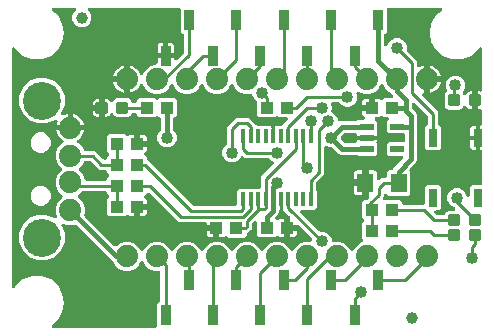
<source format=gbr>
G04 EAGLE Gerber RS-274X export*
G75*
%MOMM*%
%FSLAX34Y34*%
%LPD*%
%INTop Copper*%
%IPPOS*%
%AMOC8*
5,1,8,0,0,1.08239X$1,22.5*%
G01*
%ADD10R,1.100000X1.000000*%
%ADD11R,1.200000X0.550000*%
%ADD12R,1.400000X1.600000*%
%ADD13C,1.879600*%
%ADD14R,0.381000X1.143000*%
%ADD15C,1.000000*%
%ADD16R,0.762000X1.524000*%
%ADD17R,0.850000X1.700000*%
%ADD18C,0.300000*%
%ADD19C,3.216000*%
%ADD20C,0.254000*%
%ADD21C,1.016000*%
%ADD22C,0.406400*%

G36*
X125504Y4068D02*
X125504Y4068D01*
X125530Y4066D01*
X125677Y4088D01*
X125824Y4105D01*
X125849Y4113D01*
X125875Y4117D01*
X126013Y4172D01*
X126152Y4222D01*
X126174Y4236D01*
X126199Y4246D01*
X126320Y4331D01*
X126445Y4411D01*
X126463Y4430D01*
X126485Y4445D01*
X126584Y4555D01*
X126687Y4662D01*
X126701Y4684D01*
X126718Y4704D01*
X126790Y4834D01*
X126866Y4961D01*
X126874Y4986D01*
X126887Y5009D01*
X126927Y5152D01*
X126972Y5293D01*
X126974Y5319D01*
X126982Y5344D01*
X127001Y5588D01*
X127001Y24463D01*
X128837Y26299D01*
X128855Y26301D01*
X128993Y26356D01*
X129132Y26406D01*
X129154Y26420D01*
X129179Y26430D01*
X129300Y26515D01*
X129425Y26595D01*
X129443Y26614D01*
X129465Y26629D01*
X129564Y26739D01*
X129667Y26846D01*
X129681Y26868D01*
X129698Y26888D01*
X129770Y27018D01*
X129846Y27145D01*
X129854Y27170D01*
X129867Y27193D01*
X129907Y27336D01*
X129952Y27477D01*
X129954Y27503D01*
X129962Y27528D01*
X129981Y27772D01*
X129981Y50800D01*
X129978Y50826D01*
X129980Y50852D01*
X129958Y50999D01*
X129941Y51146D01*
X129933Y51171D01*
X129929Y51197D01*
X129874Y51335D01*
X129824Y51474D01*
X129810Y51496D01*
X129800Y51521D01*
X129715Y51642D01*
X129635Y51767D01*
X129616Y51785D01*
X129601Y51807D01*
X129491Y51906D01*
X129384Y52009D01*
X129362Y52023D01*
X129342Y52040D01*
X129212Y52112D01*
X129085Y52188D01*
X129060Y52196D01*
X129037Y52209D01*
X128894Y52249D01*
X128753Y52294D01*
X128727Y52296D01*
X128702Y52304D01*
X128458Y52323D01*
X124524Y52323D01*
X119949Y54218D01*
X116448Y57719D01*
X115707Y59508D01*
X115671Y59573D01*
X115652Y59622D01*
X115639Y59640D01*
X115619Y59688D01*
X115574Y59748D01*
X115538Y59813D01*
X115471Y59887D01*
X115411Y59968D01*
X115354Y60016D01*
X115304Y60071D01*
X115221Y60128D01*
X115145Y60193D01*
X115078Y60227D01*
X115017Y60269D01*
X114924Y60306D01*
X114834Y60352D01*
X114762Y60370D01*
X114693Y60397D01*
X114594Y60412D01*
X114496Y60436D01*
X114422Y60437D01*
X114348Y60448D01*
X114248Y60439D01*
X114148Y60441D01*
X114075Y60425D01*
X114001Y60419D01*
X113905Y60388D01*
X113807Y60367D01*
X113740Y60335D01*
X113669Y60312D01*
X113583Y60260D01*
X113492Y60217D01*
X113434Y60170D01*
X113371Y60132D01*
X113298Y60062D01*
X113220Y59999D01*
X113174Y59941D01*
X113121Y59889D01*
X113082Y59829D01*
X113081Y59828D01*
X113077Y59821D01*
X113066Y59805D01*
X113004Y59726D01*
X112958Y59636D01*
X112932Y59596D01*
X112920Y59562D01*
X112910Y59542D01*
X112902Y59529D01*
X112900Y59523D01*
X112893Y59508D01*
X112152Y57719D01*
X108651Y54218D01*
X104076Y52323D01*
X99124Y52323D01*
X94549Y54218D01*
X91048Y57719D01*
X90239Y59674D01*
X90177Y59785D01*
X90123Y59899D01*
X90093Y59936D01*
X90069Y59979D01*
X89985Y60072D01*
X89906Y60171D01*
X89868Y60201D01*
X89835Y60237D01*
X89731Y60309D01*
X89632Y60387D01*
X89578Y60414D01*
X89548Y60435D01*
X89514Y60448D01*
X58756Y91206D01*
X58696Y91254D01*
X58643Y91309D01*
X58560Y91362D01*
X58483Y91423D01*
X58414Y91456D01*
X58350Y91497D01*
X58257Y91530D01*
X58168Y91572D01*
X58094Y91588D01*
X58021Y91614D01*
X57923Y91625D01*
X57827Y91645D01*
X57751Y91644D01*
X57675Y91653D01*
X57577Y91641D01*
X57479Y91639D01*
X57405Y91621D01*
X57329Y91612D01*
X57187Y91566D01*
X57141Y91554D01*
X57124Y91546D01*
X57096Y91537D01*
X56067Y91110D01*
X51115Y91110D01*
X48247Y92298D01*
X48246Y92298D01*
X48246Y92299D01*
X48196Y92313D01*
X48150Y92326D01*
X48057Y92363D01*
X47983Y92374D01*
X47912Y92394D01*
X47895Y92395D01*
X47772Y92405D01*
X47712Y92414D01*
X47688Y92412D01*
X47667Y92413D01*
X47665Y92413D01*
X47621Y92408D01*
X47564Y92411D01*
X47465Y92393D01*
X47365Y92385D01*
X47336Y92375D01*
X47318Y92373D01*
X47278Y92359D01*
X47221Y92348D01*
X47129Y92308D01*
X47033Y92278D01*
X47007Y92262D01*
X46990Y92256D01*
X46954Y92232D01*
X46901Y92210D01*
X46821Y92150D01*
X46735Y92098D01*
X46713Y92077D01*
X46697Y92067D01*
X46667Y92036D01*
X46622Y92002D01*
X46557Y91925D01*
X46485Y91855D01*
X46469Y91830D01*
X46455Y91816D01*
X46433Y91779D01*
X46396Y91736D01*
X46351Y91646D01*
X46296Y91562D01*
X46287Y91534D01*
X46276Y91517D01*
X46263Y91475D01*
X46238Y91425D01*
X46213Y91328D01*
X46180Y91233D01*
X46177Y91205D01*
X46170Y91185D01*
X46166Y91139D01*
X46153Y91087D01*
X46152Y90987D01*
X46141Y90887D01*
X46144Y90860D01*
X46142Y90838D01*
X46149Y90791D01*
X46148Y90739D01*
X46170Y90641D01*
X46182Y90541D01*
X46191Y90511D01*
X46194Y90493D01*
X46211Y90451D01*
X46213Y90445D01*
X46223Y90398D01*
X46238Y90366D01*
X46257Y90308D01*
X48720Y84362D01*
X48720Y76752D01*
X45808Y69721D01*
X40427Y64340D01*
X33396Y61428D01*
X25786Y61428D01*
X18755Y64340D01*
X13374Y69721D01*
X10462Y76752D01*
X10462Y84362D01*
X13374Y91393D01*
X18755Y96774D01*
X25786Y99686D01*
X33396Y99686D01*
X40049Y96930D01*
X40146Y96902D01*
X40239Y96865D01*
X40313Y96855D01*
X40384Y96834D01*
X40485Y96829D01*
X40584Y96815D01*
X40658Y96821D01*
X40732Y96817D01*
X40831Y96835D01*
X40931Y96844D01*
X41002Y96866D01*
X41075Y96880D01*
X41167Y96920D01*
X41263Y96951D01*
X41327Y96989D01*
X41395Y97019D01*
X41476Y97079D01*
X41562Y97130D01*
X41615Y97182D01*
X41675Y97227D01*
X41740Y97303D01*
X41812Y97373D01*
X41852Y97436D01*
X41900Y97493D01*
X41946Y97582D01*
X42000Y97667D01*
X42025Y97737D01*
X42059Y97803D01*
X42083Y97900D01*
X42116Y97995D01*
X42125Y98069D01*
X42143Y98141D01*
X42144Y98241D01*
X42155Y98341D01*
X42147Y98415D01*
X42148Y98490D01*
X42126Y98588D01*
X42115Y98687D01*
X42084Y98783D01*
X42073Y98830D01*
X42058Y98862D01*
X42039Y98920D01*
X41144Y101081D01*
X41144Y106033D01*
X43039Y110608D01*
X46613Y114181D01*
X46618Y114184D01*
X46693Y114252D01*
X46773Y114312D01*
X46821Y114368D01*
X46876Y114418D01*
X46933Y114501D01*
X46998Y114578D01*
X47032Y114644D01*
X47074Y114705D01*
X47111Y114799D01*
X47157Y114888D01*
X47175Y114960D01*
X47202Y115029D01*
X47217Y115129D01*
X47241Y115226D01*
X47242Y115301D01*
X47253Y115374D01*
X47245Y115474D01*
X47246Y115575D01*
X47230Y115647D01*
X47224Y115721D01*
X47193Y115817D01*
X47171Y115915D01*
X47140Y115982D01*
X47117Y116053D01*
X47065Y116139D01*
X47022Y116230D01*
X46975Y116288D01*
X46937Y116352D01*
X46867Y116424D01*
X46804Y116502D01*
X46746Y116548D01*
X46694Y116602D01*
X46638Y116638D01*
X43039Y120236D01*
X41144Y124811D01*
X41144Y129763D01*
X43039Y134338D01*
X46182Y137480D01*
X46198Y137500D01*
X46218Y137517D01*
X46306Y137637D01*
X46398Y137753D01*
X46409Y137777D01*
X46425Y137798D01*
X46484Y137934D01*
X46547Y138068D01*
X46553Y138094D01*
X46563Y138118D01*
X46589Y138264D01*
X46620Y138409D01*
X46620Y138435D01*
X46625Y138461D01*
X46617Y138609D01*
X46615Y138757D01*
X46608Y138783D01*
X46607Y138809D01*
X46566Y138951D01*
X46530Y139095D01*
X46518Y139118D01*
X46510Y139144D01*
X46438Y139273D01*
X46370Y139405D01*
X46353Y139425D01*
X46340Y139448D01*
X46182Y139634D01*
X43039Y142776D01*
X41144Y147351D01*
X41144Y152303D01*
X43039Y156878D01*
X46540Y160379D01*
X47138Y160626D01*
X47174Y160646D01*
X47213Y160660D01*
X47326Y160731D01*
X47442Y160795D01*
X47473Y160823D01*
X47508Y160846D01*
X47602Y160940D01*
X47700Y161030D01*
X47724Y161064D01*
X47753Y161093D01*
X47823Y161207D01*
X47899Y161316D01*
X47914Y161355D01*
X47936Y161390D01*
X47978Y161517D01*
X48026Y161641D01*
X48032Y161682D01*
X48046Y161721D01*
X48058Y161853D01*
X48077Y161985D01*
X48074Y162027D01*
X48078Y162068D01*
X48059Y162200D01*
X48048Y162333D01*
X48035Y162372D01*
X48030Y162413D01*
X47982Y162538D01*
X47941Y162664D01*
X47920Y162700D01*
X47905Y162739D01*
X47830Y162849D01*
X47761Y162963D01*
X47733Y162993D01*
X47709Y163027D01*
X47627Y163103D01*
X47616Y163116D01*
X47592Y163137D01*
X47519Y163213D01*
X47484Y163235D01*
X47453Y163264D01*
X47416Y163286D01*
X45813Y164451D01*
X44485Y165779D01*
X43380Y167300D01*
X42527Y168974D01*
X41946Y170761D01*
X41865Y171272D01*
X52829Y171272D01*
X52855Y171275D01*
X52881Y171273D01*
X53028Y171295D01*
X53175Y171312D01*
X53200Y171320D01*
X53226Y171324D01*
X53363Y171379D01*
X53503Y171429D01*
X53525Y171443D01*
X53550Y171453D01*
X53595Y171485D01*
X53599Y171483D01*
X53726Y171407D01*
X53751Y171399D01*
X53774Y171386D01*
X53917Y171346D01*
X54058Y171301D01*
X54084Y171298D01*
X54109Y171291D01*
X54353Y171272D01*
X65317Y171272D01*
X65236Y170761D01*
X64655Y168974D01*
X63802Y167300D01*
X62697Y165779D01*
X61369Y164451D01*
X59751Y163276D01*
X59723Y163250D01*
X59647Y163199D01*
X59618Y163169D01*
X59585Y163144D01*
X59504Y163048D01*
X59495Y163040D01*
X59490Y163033D01*
X59407Y162946D01*
X59387Y162910D01*
X59360Y162878D01*
X59299Y162760D01*
X59232Y162645D01*
X59220Y162605D01*
X59201Y162568D01*
X59169Y162439D01*
X59130Y162311D01*
X59127Y162270D01*
X59117Y162230D01*
X59115Y162096D01*
X59106Y161964D01*
X59112Y161923D01*
X59112Y161881D01*
X59140Y161751D01*
X59161Y161620D01*
X59177Y161581D01*
X59186Y161541D01*
X59243Y161420D01*
X59294Y161297D01*
X59318Y161264D01*
X59336Y161226D01*
X59419Y161122D01*
X59496Y161013D01*
X59527Y160986D01*
X59553Y160953D01*
X59658Y160871D01*
X59757Y160783D01*
X59794Y160763D01*
X59827Y160738D01*
X60044Y160626D01*
X60642Y160379D01*
X64143Y156878D01*
X64885Y155086D01*
X64922Y155019D01*
X64950Y154948D01*
X65006Y154868D01*
X65054Y154781D01*
X65106Y154725D01*
X65149Y154662D01*
X65222Y154596D01*
X65288Y154523D01*
X65351Y154480D01*
X65408Y154429D01*
X65494Y154381D01*
X65575Y154325D01*
X65646Y154297D01*
X65713Y154260D01*
X65808Y154233D01*
X65899Y154197D01*
X65975Y154186D01*
X66048Y154165D01*
X66197Y154153D01*
X66244Y154146D01*
X66263Y154148D01*
X66292Y154146D01*
X74212Y154146D01*
X81353Y147005D01*
X81452Y146926D01*
X81546Y146842D01*
X81588Y146818D01*
X81626Y146788D01*
X81740Y146734D01*
X81851Y146673D01*
X81897Y146660D01*
X81941Y146639D01*
X82064Y146613D01*
X82186Y146578D01*
X82247Y146573D01*
X82282Y146566D01*
X82330Y146567D01*
X82430Y146559D01*
X83028Y146559D01*
X83054Y146562D01*
X83080Y146560D01*
X83227Y146582D01*
X83374Y146599D01*
X83399Y146607D01*
X83425Y146611D01*
X83563Y146666D01*
X83702Y146716D01*
X83724Y146730D01*
X83749Y146740D01*
X83870Y146825D01*
X83995Y146905D01*
X84013Y146924D01*
X84035Y146939D01*
X84134Y147049D01*
X84237Y147156D01*
X84251Y147178D01*
X84268Y147198D01*
X84340Y147328D01*
X84416Y147455D01*
X84424Y147480D01*
X84437Y147503D01*
X84477Y147646D01*
X84522Y147787D01*
X84524Y147813D01*
X84532Y147838D01*
X84551Y148082D01*
X84551Y148503D01*
X86101Y150053D01*
X86118Y150073D01*
X86138Y150090D01*
X86226Y150210D01*
X86318Y150326D01*
X86329Y150350D01*
X86345Y150371D01*
X86404Y150507D01*
X86467Y150641D01*
X86472Y150667D01*
X86483Y150691D01*
X86509Y150837D01*
X86540Y150982D01*
X86540Y151008D01*
X86544Y151034D01*
X86537Y151182D01*
X86534Y151330D01*
X86528Y151356D01*
X86527Y151382D01*
X86485Y151524D01*
X86449Y151668D01*
X86437Y151691D01*
X86430Y151717D01*
X86357Y151846D01*
X86290Y151978D01*
X86273Y151998D01*
X86260Y152021D01*
X86101Y152207D01*
X84551Y153757D01*
X84551Y166283D01*
X86337Y168069D01*
X99863Y168069D01*
X100882Y167049D01*
X100903Y167033D01*
X100920Y167013D01*
X101039Y166925D01*
X101155Y166833D01*
X101179Y166822D01*
X101200Y166806D01*
X101336Y166747D01*
X101470Y166684D01*
X101496Y166678D01*
X101520Y166668D01*
X101666Y166642D01*
X101811Y166611D01*
X101837Y166611D01*
X101863Y166606D01*
X102011Y166614D01*
X102159Y166617D01*
X102185Y166623D01*
X102211Y166624D01*
X102354Y166665D01*
X102497Y166702D01*
X102521Y166714D01*
X102546Y166721D01*
X102676Y166793D01*
X102807Y166861D01*
X102827Y166878D01*
X102850Y166891D01*
X103036Y167049D01*
X103040Y167053D01*
X103619Y167388D01*
X104265Y167561D01*
X107601Y167561D01*
X107601Y160996D01*
X107604Y160970D01*
X107602Y160944D01*
X107624Y160797D01*
X107641Y160650D01*
X107649Y160625D01*
X107653Y160599D01*
X107708Y160462D01*
X107758Y160322D01*
X107772Y160300D01*
X107782Y160275D01*
X107867Y160154D01*
X107947Y160029D01*
X107966Y160011D01*
X107981Y159989D01*
X108091Y159890D01*
X108198Y159787D01*
X108220Y159773D01*
X108240Y159756D01*
X108370Y159684D01*
X108497Y159608D01*
X108522Y159600D01*
X108545Y159587D01*
X108688Y159547D01*
X108829Y159502D01*
X108855Y159500D01*
X108880Y159493D01*
X109124Y159473D01*
X109553Y159473D01*
X109553Y159044D01*
X109556Y159018D01*
X109554Y158992D01*
X109576Y158845D01*
X109593Y158698D01*
X109602Y158673D01*
X109606Y158647D01*
X109660Y158509D01*
X109710Y158370D01*
X109725Y158348D01*
X109734Y158323D01*
X109819Y158202D01*
X109899Y158077D01*
X109918Y158059D01*
X109933Y158037D01*
X110043Y157938D01*
X110150Y157835D01*
X110173Y157821D01*
X110192Y157804D01*
X110322Y157732D01*
X110449Y157656D01*
X110474Y157648D01*
X110497Y157635D01*
X110640Y157595D01*
X110781Y157550D01*
X110807Y157547D01*
X110832Y157540D01*
X111076Y157521D01*
X118141Y157521D01*
X118141Y154685D01*
X117968Y154039D01*
X117633Y153460D01*
X117160Y152987D01*
X116980Y152883D01*
X116939Y152853D01*
X116894Y152829D01*
X116800Y152749D01*
X116700Y152675D01*
X116667Y152636D01*
X116628Y152603D01*
X116555Y152504D01*
X116475Y152410D01*
X116452Y152364D01*
X116421Y152323D01*
X116372Y152210D01*
X116316Y152100D01*
X116303Y152050D01*
X116283Y152003D01*
X116261Y151881D01*
X116231Y151761D01*
X116231Y151711D01*
X116222Y151660D01*
X116228Y151536D01*
X116226Y151413D01*
X116237Y151363D01*
X116240Y151312D01*
X116274Y151193D01*
X116300Y151072D01*
X116322Y151026D01*
X116336Y150977D01*
X116397Y150869D01*
X116450Y150758D01*
X116481Y150718D01*
X116506Y150673D01*
X116665Y150487D01*
X118649Y148503D01*
X118649Y147170D01*
X118663Y147044D01*
X118670Y146918D01*
X118683Y146872D01*
X118689Y146824D01*
X118731Y146705D01*
X118766Y146583D01*
X118790Y146541D01*
X118806Y146495D01*
X118875Y146389D01*
X118936Y146279D01*
X118976Y146233D01*
X118995Y146203D01*
X119030Y146169D01*
X119095Y146093D01*
X157096Y108092D01*
X157195Y108014D01*
X157288Y107929D01*
X157331Y107905D01*
X157369Y107875D01*
X157483Y107821D01*
X157593Y107760D01*
X157640Y107747D01*
X157684Y107727D01*
X157807Y107700D01*
X157929Y107666D01*
X157990Y107661D01*
X158024Y107653D01*
X158072Y107654D01*
X158173Y107646D01*
X193548Y107646D01*
X193574Y107649D01*
X193600Y107647D01*
X193747Y107669D01*
X193894Y107686D01*
X193919Y107695D01*
X193945Y107699D01*
X194083Y107753D01*
X194222Y107803D01*
X194244Y107818D01*
X194269Y107827D01*
X194390Y107912D01*
X194515Y107992D01*
X194533Y108011D01*
X194555Y108026D01*
X194654Y108136D01*
X194757Y108243D01*
X194771Y108266D01*
X194788Y108285D01*
X194860Y108415D01*
X194936Y108542D01*
X194944Y108567D01*
X194957Y108590D01*
X194997Y108733D01*
X195042Y108874D01*
X195044Y108900D01*
X195052Y108925D01*
X195071Y109169D01*
X195071Y119881D01*
X196857Y121667D01*
X213233Y121667D01*
X213259Y121670D01*
X213285Y121668D01*
X213432Y121690D01*
X213579Y121707D01*
X213604Y121715D01*
X213630Y121719D01*
X213768Y121774D01*
X213907Y121824D01*
X213929Y121838D01*
X213954Y121848D01*
X214075Y121933D01*
X214200Y122013D01*
X214218Y122032D01*
X214240Y122047D01*
X214339Y122157D01*
X214442Y122264D01*
X214456Y122286D01*
X214473Y122306D01*
X214545Y122436D01*
X214621Y122563D01*
X214629Y122588D01*
X214642Y122611D01*
X214682Y122754D01*
X214727Y122895D01*
X214729Y122921D01*
X214737Y122946D01*
X214756Y123190D01*
X214756Y131964D01*
X225428Y142636D01*
X225521Y142753D01*
X225619Y142868D01*
X225630Y142890D01*
X225645Y142909D01*
X225709Y143045D01*
X225777Y143178D01*
X225783Y143202D01*
X225794Y143224D01*
X225825Y143371D01*
X225862Y143517D01*
X225862Y143541D01*
X225867Y143564D01*
X225864Y143714D01*
X225867Y143865D01*
X225861Y143889D01*
X225861Y143913D01*
X225824Y144059D01*
X225792Y144206D01*
X225782Y144227D01*
X225776Y144251D01*
X225707Y144385D01*
X225643Y144520D01*
X225627Y144539D01*
X225616Y144561D01*
X225519Y144675D01*
X225425Y144793D01*
X225406Y144808D01*
X225391Y144826D01*
X225269Y144916D01*
X225152Y145009D01*
X225126Y145022D01*
X225110Y145033D01*
X225067Y145052D01*
X224934Y145120D01*
X223995Y145509D01*
X221869Y147635D01*
X221770Y147714D01*
X221676Y147798D01*
X221634Y147822D01*
X221596Y147852D01*
X221482Y147906D01*
X221371Y147967D01*
X221325Y147980D01*
X221281Y148001D01*
X221158Y148027D01*
X221036Y148062D01*
X220975Y148067D01*
X220940Y148074D01*
X220892Y148073D01*
X220792Y148081D01*
X201411Y148081D01*
X200264Y149228D01*
X200147Y149321D01*
X200032Y149419D01*
X200010Y149430D01*
X199991Y149445D01*
X199856Y149509D01*
X199722Y149577D01*
X199698Y149583D01*
X199676Y149594D01*
X199529Y149625D01*
X199383Y149662D01*
X199359Y149662D01*
X199335Y149667D01*
X199186Y149664D01*
X199035Y149667D01*
X199011Y149661D01*
X198987Y149661D01*
X198841Y149624D01*
X198694Y149592D01*
X198673Y149582D01*
X198649Y149576D01*
X198515Y149507D01*
X198380Y149443D01*
X198361Y149427D01*
X198339Y149416D01*
X198225Y149319D01*
X198107Y149225D01*
X198092Y149206D01*
X198074Y149191D01*
X197984Y149070D01*
X197891Y148952D01*
X197878Y148926D01*
X197867Y148910D01*
X197848Y148867D01*
X197780Y148734D01*
X197391Y147795D01*
X195105Y145509D01*
X192117Y144271D01*
X188883Y144271D01*
X185895Y145509D01*
X183609Y147795D01*
X182371Y150783D01*
X182371Y154017D01*
X183609Y157005D01*
X185735Y159131D01*
X185814Y159230D01*
X185898Y159324D01*
X185922Y159366D01*
X185952Y159404D01*
X186006Y159518D01*
X186067Y159629D01*
X186080Y159675D01*
X186101Y159719D01*
X186127Y159842D01*
X186162Y159964D01*
X186167Y160025D01*
X186174Y160060D01*
X186173Y160108D01*
X186181Y160208D01*
X186181Y174509D01*
X193791Y182119D01*
X204989Y182119D01*
X210763Y176344D01*
X210801Y176249D01*
X210851Y176110D01*
X210865Y176088D01*
X210875Y176063D01*
X210960Y175942D01*
X211040Y175817D01*
X211059Y175799D01*
X211074Y175777D01*
X211184Y175678D01*
X211291Y175575D01*
X211313Y175561D01*
X211333Y175544D01*
X211463Y175472D01*
X211590Y175396D01*
X211615Y175388D01*
X211638Y175375D01*
X211781Y175335D01*
X211922Y175290D01*
X211948Y175288D01*
X211973Y175280D01*
X212217Y175261D01*
X222243Y175261D01*
X222305Y175199D01*
X222404Y175120D01*
X222498Y175036D01*
X222540Y175012D01*
X222578Y174982D01*
X222692Y174928D01*
X222803Y174867D01*
X222849Y174854D01*
X222893Y174833D01*
X223016Y174807D01*
X223138Y174772D01*
X223199Y174767D01*
X223234Y174760D01*
X223282Y174761D01*
X223382Y174753D01*
X223902Y174753D01*
X223902Y174233D01*
X223903Y174222D01*
X223902Y174213D01*
X223916Y174100D01*
X223923Y173981D01*
X223936Y173935D01*
X223941Y173887D01*
X223945Y173877D01*
X223946Y173867D01*
X223986Y173760D01*
X224019Y173646D01*
X224043Y173604D01*
X224059Y173559D01*
X224065Y173550D01*
X224068Y173541D01*
X224132Y173444D01*
X224189Y173342D01*
X224229Y173296D01*
X224248Y173266D01*
X224255Y173259D01*
X224261Y173250D01*
X224293Y173220D01*
X224348Y173156D01*
X224427Y173093D01*
X224499Y173024D01*
X224507Y173018D01*
X224515Y173011D01*
X224571Y172979D01*
X224621Y172939D01*
X224712Y172896D01*
X224798Y172845D01*
X224807Y172842D01*
X224816Y172836D01*
X224878Y172818D01*
X224936Y172790D01*
X225035Y172769D01*
X225130Y172739D01*
X225139Y172738D01*
X225150Y172735D01*
X225214Y172730D01*
X225277Y172717D01*
X225379Y172719D01*
X225477Y172711D01*
X225487Y172712D01*
X225497Y172711D01*
X225561Y172722D01*
X225625Y172723D01*
X225724Y172748D01*
X225822Y172762D01*
X225831Y172766D01*
X225841Y172767D01*
X225901Y172792D01*
X225963Y172808D01*
X226053Y172854D01*
X226146Y172891D01*
X226154Y172896D01*
X226163Y172900D01*
X226216Y172938D01*
X226273Y172967D01*
X226350Y173033D01*
X226432Y173090D01*
X226439Y173097D01*
X226447Y173103D01*
X226505Y173164D01*
X226538Y173193D01*
X226563Y173227D01*
X226614Y173281D01*
X226615Y173281D01*
X226637Y173317D01*
X226665Y173349D01*
X226701Y173414D01*
X226746Y173473D01*
X226769Y173527D01*
X226800Y173577D01*
X226814Y173617D01*
X226834Y173654D01*
X226854Y173726D01*
X226884Y173794D01*
X226894Y173850D01*
X226913Y173906D01*
X226917Y173948D01*
X226929Y173989D01*
X226937Y174090D01*
X226945Y174137D01*
X226943Y174171D01*
X226948Y174233D01*
X226948Y174753D01*
X227468Y174753D01*
X227594Y174767D01*
X227720Y174774D01*
X227766Y174787D01*
X227814Y174793D01*
X227933Y174835D01*
X228055Y174870D01*
X228097Y174894D01*
X228143Y174910D01*
X228249Y174979D01*
X228359Y175040D01*
X228405Y175080D01*
X228435Y175099D01*
X228469Y175134D01*
X228545Y175199D01*
X228607Y175261D01*
X232283Y175261D01*
X232309Y175264D01*
X232335Y175262D01*
X232482Y175284D01*
X232629Y175301D01*
X232654Y175309D01*
X232680Y175313D01*
X232818Y175368D01*
X232957Y175418D01*
X232979Y175432D01*
X233004Y175442D01*
X233125Y175527D01*
X233250Y175607D01*
X233268Y175626D01*
X233290Y175641D01*
X233389Y175751D01*
X233492Y175858D01*
X233506Y175880D01*
X233523Y175900D01*
X233595Y176030D01*
X233671Y176157D01*
X233679Y176182D01*
X233692Y176205D01*
X233729Y176337D01*
X237243Y179851D01*
X237306Y179929D01*
X237376Y180002D01*
X237414Y180066D01*
X237460Y180124D01*
X237503Y180215D01*
X237554Y180301D01*
X237577Y180372D01*
X237609Y180439D01*
X237630Y180537D01*
X237661Y180633D01*
X237667Y180707D01*
X237682Y180780D01*
X237681Y180880D01*
X237689Y180980D01*
X237678Y181054D01*
X237676Y181128D01*
X237652Y181225D01*
X237637Y181325D01*
X237609Y181394D01*
X237591Y181466D01*
X237545Y181556D01*
X237508Y181649D01*
X237466Y181710D01*
X237432Y181776D01*
X237366Y181853D01*
X237309Y181935D01*
X237254Y181985D01*
X237206Y182041D01*
X237125Y182101D01*
X237050Y182168D01*
X236985Y182204D01*
X236926Y182249D01*
X236833Y182288D01*
X236745Y182337D01*
X236674Y182357D01*
X236606Y182387D01*
X236507Y182404D01*
X236410Y182432D01*
X236310Y182440D01*
X236262Y182448D01*
X236227Y182446D01*
X236166Y182451D01*
X230337Y182451D01*
X229677Y183111D01*
X229657Y183128D01*
X229640Y183148D01*
X229521Y183236D01*
X229404Y183328D01*
X229380Y183339D01*
X229359Y183355D01*
X229223Y183413D01*
X229089Y183477D01*
X229063Y183482D01*
X229039Y183493D01*
X228893Y183519D01*
X228748Y183550D01*
X228722Y183550D01*
X228696Y183554D01*
X228548Y183547D01*
X228400Y183544D01*
X228374Y183538D01*
X228348Y183537D01*
X228206Y183495D01*
X228062Y183459D01*
X228039Y183447D01*
X228013Y183440D01*
X227884Y183367D01*
X227752Y183300D01*
X227732Y183283D01*
X227709Y183270D01*
X227523Y183111D01*
X226863Y182451D01*
X213337Y182451D01*
X211551Y184237D01*
X211551Y195422D01*
X211537Y195548D01*
X211530Y195674D01*
X211517Y195720D01*
X211511Y195768D01*
X211469Y195887D01*
X211434Y196009D01*
X211410Y196051D01*
X211394Y196096D01*
X211325Y196203D01*
X211264Y196313D01*
X211224Y196359D01*
X211205Y196389D01*
X211170Y196423D01*
X211105Y196499D01*
X209009Y198595D01*
X207835Y201429D01*
X207822Y201452D01*
X207814Y201477D01*
X207738Y201604D01*
X207666Y201734D01*
X207648Y201753D01*
X207635Y201775D01*
X207532Y201881D01*
X207432Y201992D01*
X207410Y202007D01*
X207392Y202025D01*
X207267Y202105D01*
X207145Y202190D01*
X207121Y202200D01*
X207098Y202214D01*
X206959Y202263D01*
X206821Y202318D01*
X206795Y202322D01*
X206770Y202330D01*
X206623Y202347D01*
X206476Y202369D01*
X206450Y202366D01*
X206424Y202369D01*
X206277Y202352D01*
X206129Y202340D01*
X206104Y202332D01*
X206078Y202328D01*
X205845Y202253D01*
X205676Y202183D01*
X200724Y202183D01*
X196149Y204078D01*
X192648Y207579D01*
X191907Y209368D01*
X191859Y209456D01*
X191818Y209548D01*
X191774Y209608D01*
X191738Y209673D01*
X191671Y209747D01*
X191611Y209828D01*
X191554Y209876D01*
X191504Y209931D01*
X191421Y209988D01*
X191345Y210053D01*
X191278Y210087D01*
X191217Y210129D01*
X191124Y210166D01*
X191034Y210212D01*
X190962Y210230D01*
X190893Y210257D01*
X190794Y210272D01*
X190696Y210296D01*
X190622Y210297D01*
X190548Y210308D01*
X190448Y210299D01*
X190348Y210301D01*
X190275Y210285D01*
X190201Y210279D01*
X190105Y210248D01*
X190007Y210227D01*
X189940Y210195D01*
X189869Y210172D01*
X189783Y210120D01*
X189692Y210077D01*
X189634Y210030D01*
X189571Y209992D01*
X189499Y209922D01*
X189420Y209859D01*
X189374Y209801D01*
X189321Y209749D01*
X189266Y209665D01*
X189204Y209586D01*
X189158Y209496D01*
X189132Y209456D01*
X189120Y209422D01*
X189093Y209368D01*
X188352Y207579D01*
X184851Y204078D01*
X180276Y202183D01*
X175324Y202183D01*
X170749Y204078D01*
X167248Y207579D01*
X166507Y209368D01*
X166459Y209456D01*
X166418Y209548D01*
X166374Y209608D01*
X166338Y209673D01*
X166271Y209747D01*
X166211Y209828D01*
X166154Y209876D01*
X166104Y209931D01*
X166021Y209988D01*
X165945Y210053D01*
X165878Y210087D01*
X165817Y210129D01*
X165724Y210166D01*
X165634Y210212D01*
X165562Y210230D01*
X165493Y210257D01*
X165394Y210272D01*
X165296Y210296D01*
X165222Y210297D01*
X165148Y210308D01*
X165048Y210299D01*
X164948Y210301D01*
X164875Y210285D01*
X164801Y210279D01*
X164705Y210248D01*
X164607Y210227D01*
X164540Y210195D01*
X164469Y210172D01*
X164383Y210120D01*
X164292Y210077D01*
X164234Y210030D01*
X164171Y209992D01*
X164099Y209922D01*
X164020Y209859D01*
X163974Y209801D01*
X163921Y209749D01*
X163866Y209665D01*
X163804Y209586D01*
X163758Y209496D01*
X163732Y209456D01*
X163720Y209422D01*
X163693Y209368D01*
X162952Y207579D01*
X159451Y204078D01*
X154876Y202183D01*
X149924Y202183D01*
X145349Y204078D01*
X141848Y207579D01*
X141107Y209368D01*
X141059Y209456D01*
X141018Y209548D01*
X140974Y209608D01*
X140938Y209673D01*
X140871Y209747D01*
X140811Y209828D01*
X140754Y209876D01*
X140704Y209931D01*
X140621Y209988D01*
X140545Y210053D01*
X140478Y210087D01*
X140417Y210129D01*
X140324Y210166D01*
X140234Y210212D01*
X140162Y210230D01*
X140093Y210257D01*
X139994Y210272D01*
X139896Y210296D01*
X139822Y210297D01*
X139748Y210308D01*
X139648Y210299D01*
X139548Y210301D01*
X139475Y210285D01*
X139401Y210279D01*
X139305Y210248D01*
X139207Y210227D01*
X139140Y210195D01*
X139069Y210172D01*
X138983Y210120D01*
X138892Y210077D01*
X138834Y210030D01*
X138771Y209992D01*
X138699Y209922D01*
X138620Y209859D01*
X138574Y209801D01*
X138521Y209749D01*
X138466Y209665D01*
X138404Y209586D01*
X138358Y209496D01*
X138332Y209456D01*
X138320Y209422D01*
X138293Y209368D01*
X137552Y207579D01*
X134051Y204078D01*
X129476Y202183D01*
X124524Y202183D01*
X119949Y204078D01*
X116448Y207579D01*
X115452Y209984D01*
X115432Y210020D01*
X115419Y210059D01*
X115348Y210172D01*
X115283Y210289D01*
X115255Y210319D01*
X115234Y210354D01*
X115139Y210448D01*
X115049Y210547D01*
X115015Y210570D01*
X114986Y210599D01*
X114872Y210669D01*
X114762Y210745D01*
X114724Y210760D01*
X114689Y210782D01*
X114562Y210824D01*
X114438Y210873D01*
X114397Y210879D01*
X114359Y210892D01*
X114225Y210905D01*
X114093Y210924D01*
X114052Y210921D01*
X114012Y210924D01*
X113879Y210906D01*
X113746Y210895D01*
X113707Y210883D01*
X113666Y210877D01*
X113542Y210829D01*
X113414Y210788D01*
X113379Y210767D01*
X113341Y210753D01*
X113230Y210678D01*
X113115Y210608D01*
X113086Y210580D01*
X113052Y210557D01*
X112962Y210459D01*
X112865Y210366D01*
X112843Y210331D01*
X112816Y210301D01*
X112687Y210093D01*
X111811Y208373D01*
X110706Y206852D01*
X109378Y205524D01*
X107857Y204419D01*
X106183Y203566D01*
X104396Y202985D01*
X104139Y202945D01*
X104139Y213614D01*
X104136Y213640D01*
X104138Y213666D01*
X104116Y213813D01*
X104099Y213960D01*
X104091Y213985D01*
X104087Y214011D01*
X104032Y214148D01*
X103982Y214288D01*
X103968Y214310D01*
X103958Y214335D01*
X103873Y214456D01*
X103793Y214581D01*
X103774Y214599D01*
X103759Y214621D01*
X103743Y214635D01*
X103825Y214720D01*
X103839Y214743D01*
X103856Y214762D01*
X103928Y214892D01*
X104004Y215019D01*
X104012Y215044D01*
X104025Y215067D01*
X104065Y215210D01*
X104110Y215351D01*
X104112Y215377D01*
X104120Y215402D01*
X104139Y215646D01*
X104139Y226315D01*
X104396Y226275D01*
X106183Y225694D01*
X107857Y224841D01*
X109378Y223736D01*
X110706Y222408D01*
X111811Y220887D01*
X112687Y219167D01*
X112710Y219133D01*
X112726Y219096D01*
X112806Y218988D01*
X112880Y218877D01*
X112910Y218849D01*
X112934Y218816D01*
X113036Y218729D01*
X113134Y218638D01*
X113169Y218617D01*
X113200Y218591D01*
X113319Y218530D01*
X113435Y218462D01*
X113474Y218451D01*
X113510Y218432D01*
X113640Y218400D01*
X113768Y218360D01*
X113809Y218358D01*
X113849Y218348D01*
X113983Y218346D01*
X114116Y218337D01*
X114156Y218343D01*
X114197Y218343D01*
X114328Y218371D01*
X114460Y218393D01*
X114498Y218408D01*
X114538Y218417D01*
X114658Y218474D01*
X114782Y218526D01*
X114816Y218549D01*
X114852Y218567D01*
X114957Y218650D01*
X115066Y218728D01*
X115093Y218759D01*
X115125Y218784D01*
X115207Y218889D01*
X115296Y218990D01*
X115315Y219026D01*
X115341Y219058D01*
X115452Y219276D01*
X116448Y221681D01*
X119949Y225182D01*
X124524Y227077D01*
X125986Y227077D01*
X126012Y227080D01*
X126038Y227078D01*
X126185Y227100D01*
X126332Y227117D01*
X126357Y227125D01*
X126383Y227129D01*
X126521Y227184D01*
X126660Y227234D01*
X126682Y227248D01*
X126707Y227258D01*
X126828Y227343D01*
X126953Y227423D01*
X126971Y227442D01*
X126993Y227457D01*
X127092Y227567D01*
X127195Y227674D01*
X127209Y227696D01*
X127226Y227716D01*
X127298Y227846D01*
X127374Y227973D01*
X127382Y227998D01*
X127395Y228021D01*
X127435Y228164D01*
X127480Y228305D01*
X127482Y228331D01*
X127490Y228356D01*
X127509Y228600D01*
X127509Y232576D01*
X133699Y232576D01*
X133725Y232579D01*
X133751Y232577D01*
X133898Y232599D01*
X134045Y232616D01*
X134070Y232624D01*
X134096Y232628D01*
X134233Y232683D01*
X134294Y232705D01*
X134299Y232703D01*
X134322Y232690D01*
X134465Y232650D01*
X134606Y232605D01*
X134632Y232602D01*
X134657Y232595D01*
X134901Y232576D01*
X141091Y232576D01*
X141091Y232156D01*
X141102Y232056D01*
X141104Y231956D01*
X141122Y231883D01*
X141131Y231810D01*
X141164Y231715D01*
X141189Y231618D01*
X141223Y231551D01*
X141248Y231481D01*
X141303Y231397D01*
X141349Y231308D01*
X141397Y231251D01*
X141437Y231189D01*
X141509Y231119D01*
X141574Y231042D01*
X141634Y230998D01*
X141688Y230946D01*
X141774Y230895D01*
X141855Y230835D01*
X141923Y230806D01*
X141987Y230768D01*
X142083Y230737D01*
X142175Y230697D01*
X142248Y230684D01*
X142319Y230661D01*
X142419Y230653D01*
X142518Y230636D01*
X142592Y230639D01*
X142666Y230633D01*
X142766Y230648D01*
X142866Y230653D01*
X142937Y230674D01*
X143011Y230685D01*
X143104Y230722D01*
X143201Y230750D01*
X143266Y230786D01*
X143335Y230814D01*
X143417Y230871D01*
X143505Y230920D01*
X143581Y230985D01*
X143621Y231013D01*
X143645Y231039D01*
X143691Y231079D01*
X149535Y236923D01*
X149614Y237022D01*
X149698Y237116D01*
X149722Y237158D01*
X149752Y237196D01*
X149806Y237310D01*
X149867Y237421D01*
X149880Y237467D01*
X149901Y237511D01*
X149927Y237634D01*
X149962Y237756D01*
X149967Y237817D01*
X149974Y237852D01*
X149973Y237900D01*
X149981Y238000D01*
X149981Y251628D01*
X149978Y251654D01*
X149980Y251680D01*
X149958Y251827D01*
X149941Y251974D01*
X149933Y251999D01*
X149929Y252025D01*
X149874Y252163D01*
X149824Y252302D01*
X149810Y252324D01*
X149800Y252349D01*
X149715Y252470D01*
X149635Y252595D01*
X149616Y252613D01*
X149601Y252635D01*
X149491Y252734D01*
X149384Y252837D01*
X149362Y252851D01*
X149342Y252868D01*
X149212Y252940D01*
X149085Y253016D01*
X149060Y253024D01*
X149037Y253037D01*
X148894Y253077D01*
X148846Y253093D01*
X147001Y254937D01*
X147001Y273812D01*
X146998Y273838D01*
X147000Y273864D01*
X146978Y274011D01*
X146961Y274158D01*
X146953Y274183D01*
X146949Y274209D01*
X146894Y274347D01*
X146844Y274486D01*
X146830Y274508D01*
X146820Y274533D01*
X146735Y274654D01*
X146655Y274779D01*
X146636Y274797D01*
X146621Y274819D01*
X146511Y274918D01*
X146404Y275021D01*
X146382Y275035D01*
X146362Y275052D01*
X146232Y275124D01*
X146105Y275200D01*
X146080Y275208D01*
X146057Y275221D01*
X145914Y275261D01*
X145773Y275306D01*
X145747Y275308D01*
X145722Y275316D01*
X145478Y275335D01*
X69925Y275335D01*
X69825Y275324D01*
X69725Y275322D01*
X69652Y275304D01*
X69579Y275295D01*
X69484Y275262D01*
X69387Y275237D01*
X69320Y275203D01*
X69250Y275178D01*
X69166Y275123D01*
X69077Y275077D01*
X69020Y275029D01*
X68958Y274989D01*
X68888Y274917D01*
X68811Y274852D01*
X68767Y274792D01*
X68715Y274738D01*
X68664Y274652D01*
X68604Y274571D01*
X68575Y274503D01*
X68537Y274439D01*
X68506Y274343D01*
X68466Y274251D01*
X68453Y274178D01*
X68430Y274107D01*
X68422Y274007D01*
X68405Y273908D01*
X68408Y273834D01*
X68402Y273760D01*
X68417Y273660D01*
X68423Y273560D01*
X68443Y273489D01*
X68454Y273415D01*
X68491Y273322D01*
X68519Y273225D01*
X68555Y273160D01*
X68583Y273091D01*
X68640Y273009D01*
X68689Y272921D01*
X68754Y272845D01*
X68782Y272805D01*
X68808Y272781D01*
X68848Y272735D01*
X70323Y271259D01*
X71549Y268301D01*
X71549Y265099D01*
X70323Y262141D01*
X68059Y259877D01*
X65101Y258651D01*
X61899Y258651D01*
X58941Y259877D01*
X56677Y262141D01*
X55451Y265099D01*
X55451Y268301D01*
X56677Y271259D01*
X58152Y272735D01*
X58215Y272814D01*
X58285Y272886D01*
X58323Y272950D01*
X58369Y273008D01*
X58412Y273099D01*
X58463Y273185D01*
X58486Y273256D01*
X58518Y273323D01*
X58539Y273421D01*
X58570Y273517D01*
X58576Y273591D01*
X58591Y273664D01*
X58589Y273764D01*
X58598Y273864D01*
X58587Y273938D01*
X58585Y274012D01*
X58561Y274109D01*
X58546Y274209D01*
X58518Y274278D01*
X58500Y274350D01*
X58454Y274439D01*
X58417Y274533D01*
X58375Y274594D01*
X58341Y274660D01*
X58276Y274736D01*
X58218Y274819D01*
X58163Y274869D01*
X58115Y274925D01*
X58034Y274985D01*
X57959Y275052D01*
X57894Y275088D01*
X57834Y275133D01*
X57742Y275172D01*
X57654Y275221D01*
X57583Y275241D01*
X57514Y275271D01*
X57416Y275288D01*
X57319Y275316D01*
X57219Y275324D01*
X57171Y275332D01*
X57136Y275330D01*
X57075Y275335D01*
X39328Y275335D01*
X39163Y275316D01*
X38997Y275299D01*
X38990Y275296D01*
X38982Y275295D01*
X38825Y275239D01*
X38668Y275185D01*
X38662Y275181D01*
X38654Y275178D01*
X38514Y275088D01*
X38373Y274999D01*
X38368Y274993D01*
X38361Y274989D01*
X38246Y274869D01*
X38129Y274751D01*
X38125Y274744D01*
X38119Y274738D01*
X38034Y274595D01*
X37947Y274453D01*
X37944Y274446D01*
X37940Y274439D01*
X37890Y274282D01*
X37837Y274122D01*
X37836Y274115D01*
X37834Y274107D01*
X37821Y273942D01*
X37806Y273775D01*
X37807Y273768D01*
X37806Y273760D01*
X37831Y273595D01*
X37854Y273430D01*
X37857Y273423D01*
X37858Y273415D01*
X37919Y273260D01*
X37979Y273105D01*
X37984Y273099D01*
X37987Y273091D01*
X38081Y272955D01*
X38175Y272817D01*
X38182Y272810D01*
X38185Y272805D01*
X38205Y272788D01*
X38349Y272645D01*
X42985Y268756D01*
X46971Y261851D01*
X48356Y254000D01*
X46971Y246149D01*
X42985Y239245D01*
X36878Y234120D01*
X29386Y231393D01*
X21414Y231393D01*
X13922Y234120D01*
X7815Y239244D01*
X6907Y240817D01*
X6833Y240918D01*
X6765Y241023D01*
X6729Y241057D01*
X6700Y241097D01*
X6604Y241178D01*
X6514Y241265D01*
X6472Y241290D01*
X6434Y241322D01*
X6322Y241379D01*
X6215Y241444D01*
X6168Y241459D01*
X6124Y241481D01*
X6002Y241512D01*
X5883Y241550D01*
X5834Y241554D01*
X5785Y241566D01*
X5660Y241568D01*
X5536Y241578D01*
X5487Y241570D01*
X5437Y241571D01*
X5315Y241545D01*
X5191Y241526D01*
X5145Y241508D01*
X5096Y241497D01*
X4983Y241444D01*
X4867Y241397D01*
X4827Y241369D01*
X4782Y241348D01*
X4684Y241270D01*
X4581Y241198D01*
X4548Y241162D01*
X4509Y241131D01*
X4431Y241032D01*
X4348Y240940D01*
X4324Y240896D01*
X4293Y240857D01*
X4240Y240744D01*
X4179Y240635D01*
X4166Y240587D01*
X4144Y240542D01*
X4118Y240420D01*
X4084Y240299D01*
X4079Y240237D01*
X4072Y240201D01*
X4073Y240153D01*
X4065Y240055D01*
X4065Y39344D01*
X4079Y39220D01*
X4085Y39095D01*
X4099Y39047D01*
X4105Y38998D01*
X4147Y38881D01*
X4181Y38760D01*
X4205Y38717D01*
X4222Y38670D01*
X4290Y38565D01*
X4351Y38456D01*
X4384Y38419D01*
X4411Y38377D01*
X4501Y38290D01*
X4585Y38198D01*
X4626Y38170D01*
X4662Y38135D01*
X4769Y38071D01*
X4872Y38000D01*
X4918Y37982D01*
X4961Y37956D01*
X5080Y37918D01*
X5196Y37872D01*
X5246Y37865D01*
X5293Y37850D01*
X5417Y37840D01*
X5541Y37822D01*
X5591Y37826D01*
X5640Y37822D01*
X5764Y37841D01*
X5888Y37851D01*
X5936Y37866D01*
X5985Y37874D01*
X6101Y37920D01*
X6220Y37959D01*
X6263Y37984D01*
X6309Y38003D01*
X6411Y38074D01*
X6519Y38138D01*
X6554Y38173D01*
X6595Y38201D01*
X6679Y38294D01*
X6768Y38382D01*
X6804Y38433D01*
X6828Y38460D01*
X6851Y38502D01*
X6907Y38583D01*
X7815Y40155D01*
X13922Y45280D01*
X21414Y48007D01*
X29386Y48007D01*
X36878Y45280D01*
X42985Y40156D01*
X46971Y33251D01*
X48356Y25400D01*
X46971Y17549D01*
X42985Y10645D01*
X38349Y6755D01*
X38236Y6635D01*
X38119Y6514D01*
X38115Y6507D01*
X38110Y6502D01*
X38026Y6358D01*
X37940Y6215D01*
X37938Y6208D01*
X37934Y6201D01*
X37885Y6041D01*
X37834Y5883D01*
X37834Y5875D01*
X37831Y5868D01*
X37819Y5701D01*
X37806Y5536D01*
X37807Y5528D01*
X37807Y5520D01*
X37833Y5356D01*
X37858Y5191D01*
X37861Y5184D01*
X37862Y5176D01*
X37925Y5022D01*
X37987Y4867D01*
X37991Y4861D01*
X37994Y4854D01*
X38091Y4718D01*
X38186Y4581D01*
X38191Y4576D01*
X38196Y4569D01*
X38321Y4459D01*
X38444Y4348D01*
X38451Y4344D01*
X38457Y4339D01*
X38604Y4260D01*
X38749Y4179D01*
X38757Y4177D01*
X38764Y4173D01*
X38925Y4130D01*
X39085Y4084D01*
X39094Y4084D01*
X39100Y4082D01*
X39126Y4081D01*
X39329Y4065D01*
X125478Y4065D01*
X125504Y4068D01*
G37*
G36*
X369554Y99577D02*
X369554Y99577D01*
X369630Y99576D01*
X369726Y99597D01*
X369824Y99609D01*
X369896Y99634D01*
X369971Y99651D01*
X370059Y99693D01*
X370152Y99726D01*
X370216Y99768D01*
X370285Y99800D01*
X370362Y99862D01*
X370445Y99915D01*
X370498Y99970D01*
X370558Y100018D01*
X370619Y100095D01*
X370687Y100166D01*
X370726Y100231D01*
X370774Y100291D01*
X370842Y100424D01*
X370866Y100465D01*
X370872Y100483D01*
X370885Y100509D01*
X371224Y101327D01*
X372503Y102606D01*
X374175Y103299D01*
X378286Y103299D01*
X378386Y103310D01*
X378486Y103312D01*
X378559Y103330D01*
X378632Y103339D01*
X378727Y103372D01*
X378824Y103397D01*
X378891Y103431D01*
X378961Y103456D01*
X379045Y103511D01*
X379134Y103557D01*
X379191Y103605D01*
X379253Y103645D01*
X379323Y103717D01*
X379400Y103782D01*
X379444Y103842D01*
X379496Y103896D01*
X379547Y103982D01*
X379607Y104063D01*
X379636Y104131D01*
X379674Y104195D01*
X379705Y104290D01*
X379745Y104383D01*
X379758Y104456D01*
X379781Y104527D01*
X379789Y104627D01*
X379806Y104726D01*
X379803Y104800D01*
X379809Y104874D01*
X379794Y104973D01*
X379789Y105074D01*
X379768Y105145D01*
X379757Y105219D01*
X379720Y105312D01*
X379692Y105409D01*
X379656Y105474D01*
X379628Y105543D01*
X379571Y105625D01*
X379522Y105713D01*
X379457Y105789D01*
X379429Y105829D01*
X379403Y105853D01*
X379363Y105899D01*
X379099Y106164D01*
X379097Y106165D01*
X379096Y106166D01*
X378963Y106271D01*
X378826Y106380D01*
X378824Y106381D01*
X378822Y106382D01*
X378605Y106494D01*
X376395Y107409D01*
X374109Y109695D01*
X372871Y112683D01*
X372871Y115917D01*
X374109Y118905D01*
X376395Y121191D01*
X379383Y122429D01*
X382617Y122429D01*
X385605Y121191D01*
X387891Y118905D01*
X388991Y116250D01*
X389015Y116206D01*
X389032Y116159D01*
X389100Y116054D01*
X389160Y115945D01*
X389194Y115908D01*
X389221Y115866D01*
X389311Y115779D01*
X389394Y115687D01*
X389436Y115659D01*
X389472Y115624D01*
X389579Y115560D01*
X389681Y115489D01*
X389728Y115471D01*
X389771Y115445D01*
X389889Y115407D01*
X390005Y115361D01*
X390055Y115354D01*
X390103Y115339D01*
X390227Y115329D01*
X390350Y115310D01*
X390400Y115315D01*
X390450Y115311D01*
X390573Y115329D01*
X390697Y115339D01*
X390745Y115355D01*
X390795Y115362D01*
X390910Y115408D01*
X391029Y115446D01*
X391072Y115472D01*
X391119Y115491D01*
X391221Y115562D01*
X391327Y115626D01*
X391364Y115661D01*
X391405Y115690D01*
X391488Y115782D01*
X391577Y115869D01*
X391605Y115911D01*
X391638Y115949D01*
X391698Y116058D01*
X391766Y116162D01*
X391783Y116210D01*
X391807Y116254D01*
X391841Y116374D01*
X391882Y116491D01*
X391888Y116541D01*
X391902Y116589D01*
X391921Y116833D01*
X391921Y123183D01*
X393707Y124969D01*
X400812Y124969D01*
X400838Y124972D01*
X400864Y124970D01*
X401011Y124992D01*
X401158Y125009D01*
X401183Y125017D01*
X401209Y125021D01*
X401347Y125076D01*
X401486Y125126D01*
X401508Y125140D01*
X401533Y125150D01*
X401654Y125235D01*
X401779Y125315D01*
X401797Y125334D01*
X401819Y125349D01*
X401918Y125459D01*
X402021Y125566D01*
X402035Y125588D01*
X402052Y125608D01*
X402124Y125738D01*
X402200Y125865D01*
X402208Y125890D01*
X402221Y125913D01*
X402261Y126056D01*
X402306Y126197D01*
X402308Y126223D01*
X402316Y126248D01*
X402335Y126492D01*
X402335Y153416D01*
X402332Y153442D01*
X402334Y153468D01*
X402312Y153615D01*
X402295Y153762D01*
X402287Y153787D01*
X402283Y153813D01*
X402228Y153950D01*
X402178Y154090D01*
X402164Y154112D01*
X402154Y154137D01*
X402069Y154258D01*
X401989Y154383D01*
X401970Y154401D01*
X401955Y154423D01*
X401845Y154522D01*
X401738Y154625D01*
X401716Y154639D01*
X401696Y154656D01*
X401566Y154728D01*
X401439Y154804D01*
X401414Y154812D01*
X401391Y154825D01*
X401248Y154865D01*
X401107Y154910D01*
X401081Y154912D01*
X401056Y154920D01*
X400812Y154939D01*
X400684Y154939D01*
X400684Y164719D01*
X400681Y164745D01*
X400683Y164771D01*
X400661Y164918D01*
X400644Y165065D01*
X400636Y165090D01*
X400632Y165113D01*
X400655Y165186D01*
X400657Y165212D01*
X400665Y165237D01*
X400684Y165481D01*
X400684Y175261D01*
X400812Y175261D01*
X400838Y175264D01*
X400864Y175262D01*
X401011Y175284D01*
X401158Y175301D01*
X401183Y175309D01*
X401209Y175313D01*
X401347Y175368D01*
X401486Y175418D01*
X401508Y175432D01*
X401533Y175442D01*
X401654Y175527D01*
X401779Y175607D01*
X401797Y175626D01*
X401819Y175641D01*
X401918Y175751D01*
X402021Y175858D01*
X402035Y175880D01*
X402052Y175900D01*
X402124Y176030D01*
X402200Y176157D01*
X402208Y176182D01*
X402221Y176205D01*
X402261Y176348D01*
X402306Y176489D01*
X402308Y176515D01*
X402316Y176540D01*
X402335Y176784D01*
X402335Y187909D01*
X402329Y187960D01*
X402332Y188011D01*
X402310Y188133D01*
X402295Y188255D01*
X402278Y188303D01*
X402269Y188354D01*
X402220Y188467D01*
X402178Y188583D01*
X402150Y188626D01*
X402130Y188673D01*
X402056Y188773D01*
X401989Y188876D01*
X401952Y188912D01*
X401922Y188953D01*
X401827Y189032D01*
X401738Y189118D01*
X401694Y189145D01*
X401655Y189178D01*
X401545Y189234D01*
X401439Y189297D01*
X401391Y189313D01*
X401345Y189336D01*
X401225Y189366D01*
X401107Y189404D01*
X401056Y189408D01*
X401007Y189420D01*
X400883Y189422D01*
X400760Y189432D01*
X400709Y189424D01*
X400658Y189425D01*
X400418Y189380D01*
X400415Y189380D01*
X400152Y189309D01*
X398619Y189309D01*
X398619Y195874D01*
X398616Y195900D01*
X398618Y195926D01*
X398596Y196073D01*
X398579Y196220D01*
X398571Y196245D01*
X398567Y196271D01*
X398512Y196408D01*
X398462Y196548D01*
X398448Y196570D01*
X398438Y196595D01*
X398353Y196716D01*
X398273Y196841D01*
X398260Y196853D01*
X398305Y196900D01*
X398319Y196923D01*
X398336Y196942D01*
X398408Y197072D01*
X398484Y197199D01*
X398492Y197224D01*
X398505Y197247D01*
X398545Y197390D01*
X398590Y197531D01*
X398592Y197557D01*
X398600Y197582D01*
X398619Y197826D01*
X398619Y204391D01*
X400152Y204391D01*
X400418Y204320D01*
X400468Y204312D01*
X400517Y204296D01*
X400640Y204287D01*
X400762Y204268D01*
X400813Y204273D01*
X400864Y204268D01*
X400986Y204287D01*
X401110Y204297D01*
X401158Y204313D01*
X401209Y204320D01*
X401324Y204366D01*
X401442Y204404D01*
X401485Y204430D01*
X401533Y204449D01*
X401634Y204519D01*
X401740Y204583D01*
X401777Y204619D01*
X401819Y204648D01*
X401902Y204739D01*
X401991Y204826D01*
X402018Y204869D01*
X402052Y204907D01*
X402112Y205015D01*
X402179Y205119D01*
X402196Y205167D01*
X402221Y205212D01*
X402255Y205331D01*
X402296Y205447D01*
X402302Y205498D01*
X402316Y205547D01*
X402335Y205791D01*
X402335Y240056D01*
X402321Y240180D01*
X402315Y240305D01*
X402301Y240353D01*
X402295Y240402D01*
X402253Y240519D01*
X402219Y240640D01*
X402195Y240683D01*
X402178Y240730D01*
X402110Y240835D01*
X402049Y240944D01*
X402016Y240981D01*
X401989Y241023D01*
X401899Y241109D01*
X401815Y241202D01*
X401774Y241230D01*
X401738Y241265D01*
X401631Y241329D01*
X401528Y241400D01*
X401482Y241418D01*
X401439Y241444D01*
X401320Y241482D01*
X401204Y241528D01*
X401154Y241535D01*
X401107Y241550D01*
X400983Y241560D01*
X400859Y241578D01*
X400809Y241574D01*
X400760Y241578D01*
X400636Y241559D01*
X400512Y241549D01*
X400464Y241534D01*
X400415Y241526D01*
X400299Y241480D01*
X400180Y241441D01*
X400137Y241416D01*
X400091Y241397D01*
X399989Y241326D01*
X399881Y241262D01*
X399846Y241227D01*
X399805Y241199D01*
X399722Y241106D01*
X399632Y241018D01*
X399596Y240967D01*
X399572Y240940D01*
X399549Y240898D01*
X399493Y240817D01*
X398585Y239244D01*
X392478Y234120D01*
X384986Y231393D01*
X377014Y231393D01*
X369522Y234120D01*
X363415Y239244D01*
X359429Y246149D01*
X358044Y254000D01*
X359429Y261851D01*
X363415Y268755D01*
X368051Y272645D01*
X368165Y272765D01*
X368281Y272886D01*
X368285Y272893D01*
X368290Y272898D01*
X368374Y273042D01*
X368460Y273185D01*
X368462Y273192D01*
X368466Y273199D01*
X368515Y273359D01*
X368566Y273517D01*
X368567Y273525D01*
X368569Y273532D01*
X368581Y273699D01*
X368594Y273864D01*
X368593Y273872D01*
X368593Y273880D01*
X368567Y274044D01*
X368542Y274209D01*
X368539Y274216D01*
X368538Y274224D01*
X368475Y274378D01*
X368413Y274533D01*
X368409Y274539D01*
X368406Y274546D01*
X368310Y274682D01*
X368215Y274819D01*
X368209Y274824D01*
X368204Y274831D01*
X368079Y274941D01*
X367956Y275052D01*
X367949Y275056D01*
X367943Y275061D01*
X367797Y275140D01*
X367651Y275221D01*
X367643Y275223D01*
X367636Y275227D01*
X367477Y275270D01*
X367315Y275316D01*
X367306Y275316D01*
X367300Y275318D01*
X367274Y275319D01*
X367072Y275335D01*
X323122Y275335D01*
X323096Y275332D01*
X323070Y275334D01*
X322923Y275312D01*
X322776Y275295D01*
X322751Y275287D01*
X322725Y275283D01*
X322587Y275228D01*
X322448Y275178D01*
X322426Y275164D01*
X322401Y275154D01*
X322280Y275069D01*
X322155Y274989D01*
X322137Y274970D01*
X322115Y274955D01*
X322016Y274845D01*
X321913Y274738D01*
X321899Y274716D01*
X321882Y274696D01*
X321810Y274566D01*
X321734Y274439D01*
X321726Y274414D01*
X321713Y274391D01*
X321673Y274248D01*
X321628Y274107D01*
X321626Y274081D01*
X321618Y274056D01*
X321599Y273812D01*
X321599Y254937D01*
X319827Y253165D01*
X319748Y253066D01*
X319664Y252972D01*
X319640Y252930D01*
X319610Y252892D01*
X319556Y252778D01*
X319495Y252667D01*
X319482Y252621D01*
X319461Y252577D01*
X319435Y252454D01*
X319400Y252332D01*
X319395Y252271D01*
X319388Y252236D01*
X319389Y252188D01*
X319381Y252088D01*
X319381Y244079D01*
X319386Y244029D01*
X319384Y243979D01*
X319406Y243856D01*
X319421Y243733D01*
X319438Y243686D01*
X319447Y243636D01*
X319496Y243522D01*
X319538Y243405D01*
X319565Y243363D01*
X319585Y243316D01*
X319660Y243217D01*
X319727Y243112D01*
X319763Y243077D01*
X319793Y243037D01*
X319888Y242956D01*
X319978Y242870D01*
X320021Y242844D01*
X320059Y242812D01*
X320170Y242755D01*
X320277Y242691D01*
X320325Y242676D01*
X320370Y242653D01*
X320490Y242623D01*
X320609Y242585D01*
X320659Y242581D01*
X320708Y242569D01*
X320832Y242567D01*
X320956Y242557D01*
X321006Y242564D01*
X321056Y242564D01*
X321178Y242590D01*
X321301Y242609D01*
X321348Y242627D01*
X321397Y242638D01*
X321509Y242691D01*
X321625Y242737D01*
X321666Y242766D01*
X321712Y242788D01*
X321809Y242865D01*
X321911Y242936D01*
X321945Y242974D01*
X321984Y243005D01*
X322061Y243103D01*
X322144Y243195D01*
X322169Y243239D01*
X322200Y243279D01*
X322311Y243496D01*
X323309Y245905D01*
X325595Y248191D01*
X328583Y249429D01*
X331817Y249429D01*
X334805Y248191D01*
X337091Y245905D01*
X338329Y242917D01*
X338329Y239910D01*
X338343Y239784D01*
X338350Y239658D01*
X338363Y239612D01*
X338369Y239564D01*
X338411Y239445D01*
X338446Y239323D01*
X338470Y239281D01*
X338486Y239236D01*
X338555Y239129D01*
X338616Y239019D01*
X338656Y238973D01*
X338675Y238943D01*
X338710Y238909D01*
X338775Y238833D01*
X347219Y230389D01*
X347219Y226244D01*
X347223Y226209D01*
X347220Y226173D01*
X347243Y226036D01*
X347259Y225898D01*
X347271Y225864D01*
X347276Y225829D01*
X347329Y225701D01*
X347376Y225570D01*
X347396Y225540D01*
X347409Y225507D01*
X347490Y225394D01*
X347565Y225277D01*
X347591Y225252D01*
X347612Y225223D01*
X347716Y225132D01*
X347816Y225035D01*
X347847Y225017D01*
X347873Y224993D01*
X347996Y224927D01*
X348115Y224856D01*
X348149Y224845D01*
X348181Y224828D01*
X348315Y224792D01*
X348447Y224750D01*
X348483Y224747D01*
X348517Y224738D01*
X348656Y224733D01*
X348794Y224722D01*
X348830Y224727D01*
X348866Y224726D01*
X349001Y224753D01*
X349139Y224774D01*
X349172Y224787D01*
X349207Y224794D01*
X349434Y224887D01*
X351017Y225694D01*
X352804Y226275D01*
X353061Y226315D01*
X353061Y215646D01*
X353064Y215620D01*
X353062Y215594D01*
X353084Y215447D01*
X353101Y215300D01*
X353109Y215275D01*
X353113Y215249D01*
X353168Y215112D01*
X353218Y214972D01*
X353232Y214950D01*
X353242Y214925D01*
X353327Y214804D01*
X353407Y214679D01*
X353426Y214661D01*
X353441Y214639D01*
X353457Y214625D01*
X353375Y214540D01*
X353361Y214517D01*
X353344Y214498D01*
X353272Y214368D01*
X353196Y214241D01*
X353188Y214216D01*
X353175Y214193D01*
X353135Y214050D01*
X353090Y213909D01*
X353087Y213883D01*
X353080Y213858D01*
X353061Y213614D01*
X353061Y202937D01*
X352960Y202935D01*
X352830Y202941D01*
X352786Y202932D01*
X352740Y202931D01*
X352615Y202900D01*
X352488Y202876D01*
X352446Y202858D01*
X352402Y202846D01*
X352287Y202787D01*
X352169Y202735D01*
X352133Y202708D01*
X352092Y202687D01*
X351994Y202603D01*
X351891Y202525D01*
X351862Y202490D01*
X351827Y202461D01*
X351750Y202357D01*
X351667Y202258D01*
X351647Y202217D01*
X351620Y202181D01*
X351569Y202062D01*
X351511Y201947D01*
X351500Y201902D01*
X351482Y201861D01*
X351459Y201734D01*
X351429Y201608D01*
X351428Y201563D01*
X351420Y201518D01*
X351427Y201389D01*
X351426Y201260D01*
X351436Y201215D01*
X351438Y201170D01*
X351474Y201046D01*
X351502Y200920D01*
X351522Y200878D01*
X351535Y200835D01*
X351598Y200722D01*
X351654Y200606D01*
X351682Y200570D01*
X351705Y200531D01*
X351863Y200344D01*
X364999Y187209D01*
X364999Y177154D01*
X365013Y177028D01*
X365020Y176902D01*
X365033Y176856D01*
X365039Y176808D01*
X365081Y176689D01*
X365116Y176567D01*
X365140Y176525D01*
X365156Y176479D01*
X365225Y176373D01*
X365286Y176263D01*
X365326Y176217D01*
X365345Y176187D01*
X365380Y176153D01*
X365445Y176077D01*
X367539Y173983D01*
X367539Y156217D01*
X365753Y154431D01*
X355607Y154431D01*
X353821Y156217D01*
X353821Y173983D01*
X355915Y176077D01*
X355994Y176176D01*
X356078Y176270D01*
X356102Y176312D01*
X356132Y176350D01*
X356186Y176464D01*
X356247Y176575D01*
X356260Y176621D01*
X356281Y176665D01*
X356307Y176788D01*
X356342Y176910D01*
X356347Y176971D01*
X356354Y177005D01*
X356353Y177053D01*
X356361Y177154D01*
X356361Y183000D01*
X356347Y183126D01*
X356340Y183252D01*
X356327Y183298D01*
X356321Y183346D01*
X356279Y183465D01*
X356244Y183587D01*
X356220Y183629D01*
X356204Y183674D01*
X356135Y183781D01*
X356074Y183891D01*
X356034Y183937D01*
X356015Y183967D01*
X355980Y184001D01*
X355915Y184077D01*
X345501Y194491D01*
X345423Y194554D01*
X345350Y194624D01*
X345286Y194662D01*
X345228Y194708D01*
X345137Y194751D01*
X345051Y194802D01*
X344980Y194825D01*
X344913Y194857D01*
X344815Y194878D01*
X344719Y194909D01*
X344645Y194915D01*
X344572Y194930D01*
X344472Y194929D01*
X344372Y194937D01*
X344298Y194926D01*
X344224Y194924D01*
X344127Y194900D01*
X344027Y194885D01*
X343958Y194857D01*
X343886Y194839D01*
X343796Y194793D01*
X343703Y194756D01*
X343642Y194714D01*
X343576Y194680D01*
X343499Y194614D01*
X343417Y194557D01*
X343367Y194502D01*
X343311Y194454D01*
X343251Y194373D01*
X343184Y194298D01*
X343148Y194233D01*
X343103Y194174D01*
X343064Y194081D01*
X343015Y193993D01*
X342995Y193922D01*
X342965Y193853D01*
X342948Y193755D01*
X342920Y193658D01*
X342912Y193558D01*
X342904Y193510D01*
X342906Y193475D01*
X342901Y193414D01*
X342901Y190695D01*
X342915Y190570D01*
X342922Y190444D01*
X342935Y190397D01*
X342941Y190349D01*
X342983Y190230D01*
X343018Y190109D01*
X343042Y190067D01*
X343058Y190021D01*
X343127Y189915D01*
X343188Y189805D01*
X343228Y189758D01*
X343247Y189728D01*
X343282Y189695D01*
X343347Y189618D01*
X346597Y186368D01*
X347371Y184501D01*
X347371Y174416D01*
X347371Y174412D01*
X347371Y174409D01*
X347371Y174405D01*
X347371Y174402D01*
X347371Y146132D01*
X346598Y144264D01*
X344954Y142621D01*
X341150Y138816D01*
X341133Y138796D01*
X341113Y138779D01*
X341025Y138659D01*
X340933Y138543D01*
X340922Y138520D01*
X340906Y138498D01*
X340847Y138362D01*
X340784Y138228D01*
X340779Y138202D01*
X340768Y138178D01*
X340742Y138032D01*
X340711Y137887D01*
X340711Y137861D01*
X340706Y137835D01*
X340714Y137687D01*
X340717Y137539D01*
X340723Y137513D01*
X340724Y137487D01*
X340765Y137345D01*
X340802Y137201D01*
X340814Y137178D01*
X340821Y137152D01*
X340893Y137023D01*
X340961Y136891D01*
X340978Y136871D01*
X340991Y136848D01*
X341150Y136662D01*
X341549Y136263D01*
X341549Y117737D01*
X339763Y115951D01*
X323237Y115951D01*
X321701Y117487D01*
X321623Y117550D01*
X321550Y117619D01*
X321486Y117658D01*
X321428Y117704D01*
X321337Y117747D01*
X321251Y117798D01*
X321180Y117821D01*
X321113Y117853D01*
X321015Y117874D01*
X320919Y117904D01*
X320845Y117910D01*
X320772Y117926D01*
X320672Y117924D01*
X320572Y117932D01*
X320498Y117921D01*
X320424Y117920D01*
X320327Y117896D01*
X320227Y117881D01*
X320158Y117853D01*
X320086Y117835D01*
X319997Y117789D01*
X319903Y117752D01*
X319842Y117710D01*
X319776Y117675D01*
X319700Y117610D01*
X319617Y117553D01*
X319568Y117498D01*
X319511Y117450D01*
X319451Y117369D01*
X319384Y117294D01*
X319348Y117229D01*
X319304Y117169D01*
X319264Y117077D01*
X319215Y116989D01*
X319195Y116918D01*
X319166Y116849D01*
X319148Y116751D01*
X319121Y116654D01*
X319112Y116554D01*
X319104Y116506D01*
X319106Y116471D01*
X319101Y116410D01*
X319101Y115000D01*
X318890Y114789D01*
X318827Y114711D01*
X318757Y114638D01*
X318719Y114574D01*
X318673Y114516D01*
X318630Y114425D01*
X318579Y114339D01*
X318556Y114268D01*
X318524Y114201D01*
X318503Y114103D01*
X318472Y114007D01*
X318466Y113933D01*
X318451Y113860D01*
X318452Y113760D01*
X318444Y113660D01*
X318455Y113586D01*
X318457Y113512D01*
X318481Y113415D01*
X318496Y113315D01*
X318524Y113246D01*
X318542Y113174D01*
X318588Y113085D01*
X318625Y112991D01*
X318667Y112930D01*
X318701Y112864D01*
X318767Y112787D01*
X318824Y112705D01*
X318879Y112655D01*
X318927Y112599D01*
X319008Y112539D01*
X319083Y112472D01*
X319148Y112436D01*
X319207Y112391D01*
X319300Y112352D01*
X319388Y112303D01*
X319459Y112283D01*
X319527Y112253D01*
X319626Y112236D01*
X319723Y112208D01*
X319823Y112200D01*
X319870Y112192D01*
X319906Y112194D01*
X319967Y112189D01*
X332763Y112189D01*
X334549Y110403D01*
X334549Y109982D01*
X334552Y109956D01*
X334550Y109930D01*
X334572Y109783D01*
X334589Y109636D01*
X334597Y109611D01*
X334601Y109585D01*
X334656Y109447D01*
X334706Y109308D01*
X334720Y109286D01*
X334730Y109261D01*
X334815Y109140D01*
X334895Y109015D01*
X334914Y108997D01*
X334929Y108975D01*
X335039Y108876D01*
X335146Y108773D01*
X335168Y108759D01*
X335188Y108742D01*
X335318Y108670D01*
X335445Y108594D01*
X335470Y108586D01*
X335493Y108573D01*
X335636Y108533D01*
X335777Y108488D01*
X335803Y108486D01*
X335828Y108478D01*
X336072Y108459D01*
X352298Y108459D01*
X352324Y108462D01*
X352350Y108460D01*
X352497Y108482D01*
X352644Y108499D01*
X352669Y108507D01*
X352695Y108511D01*
X352833Y108566D01*
X352972Y108616D01*
X352994Y108630D01*
X353019Y108640D01*
X353140Y108725D01*
X353265Y108805D01*
X353283Y108824D01*
X353305Y108839D01*
X353404Y108949D01*
X353507Y109056D01*
X353521Y109078D01*
X353538Y109098D01*
X353610Y109228D01*
X353686Y109355D01*
X353694Y109380D01*
X353707Y109403D01*
X353747Y109546D01*
X353792Y109687D01*
X353794Y109713D01*
X353802Y109738D01*
X353821Y109982D01*
X353821Y123183D01*
X355607Y124969D01*
X365753Y124969D01*
X367539Y123183D01*
X367539Y105417D01*
X365753Y103631D01*
X363354Y103631D01*
X363254Y103620D01*
X363154Y103618D01*
X363081Y103600D01*
X363008Y103591D01*
X362913Y103557D01*
X362816Y103533D01*
X362750Y103499D01*
X362679Y103474D01*
X362595Y103419D01*
X362506Y103373D01*
X362449Y103325D01*
X362387Y103285D01*
X362317Y103213D01*
X362240Y103148D01*
X362196Y103088D01*
X362144Y103034D01*
X362093Y102948D01*
X362033Y102867D01*
X362004Y102799D01*
X361966Y102735D01*
X361935Y102639D01*
X361895Y102547D01*
X361882Y102474D01*
X361859Y102403D01*
X361851Y102303D01*
X361834Y102204D01*
X361837Y102130D01*
X361831Y102056D01*
X361846Y101956D01*
X361851Y101856D01*
X361872Y101785D01*
X361883Y101711D01*
X361920Y101618D01*
X361948Y101521D01*
X361984Y101456D01*
X362012Y101387D01*
X362069Y101305D01*
X362118Y101217D01*
X362183Y101141D01*
X362211Y101101D01*
X362237Y101077D01*
X362277Y101031D01*
X363293Y100015D01*
X363392Y99936D01*
X363486Y99852D01*
X363528Y99828D01*
X363566Y99798D01*
X363680Y99744D01*
X363791Y99683D01*
X363837Y99670D01*
X363881Y99649D01*
X364004Y99623D01*
X364126Y99588D01*
X364187Y99583D01*
X364222Y99576D01*
X364270Y99577D01*
X364370Y99569D01*
X369478Y99569D01*
X369554Y99577D01*
G37*
G36*
X292152Y69101D02*
X292152Y69101D01*
X292252Y69099D01*
X292325Y69115D01*
X292399Y69121D01*
X292495Y69152D01*
X292593Y69173D01*
X292660Y69205D01*
X292731Y69228D01*
X292817Y69280D01*
X292908Y69323D01*
X292966Y69370D01*
X293029Y69408D01*
X293101Y69478D01*
X293180Y69541D01*
X293226Y69599D01*
X293279Y69651D01*
X293334Y69735D01*
X293396Y69814D01*
X293442Y69904D01*
X293468Y69944D01*
X293480Y69978D01*
X293507Y70032D01*
X294248Y71821D01*
X297749Y75322D01*
X300930Y76639D01*
X301062Y76712D01*
X301195Y76781D01*
X301214Y76797D01*
X301235Y76809D01*
X301346Y76910D01*
X301461Y77007D01*
X301475Y77027D01*
X301493Y77043D01*
X301579Y77167D01*
X301668Y77287D01*
X301678Y77310D01*
X301691Y77330D01*
X301747Y77470D01*
X301806Y77607D01*
X301810Y77631D01*
X301819Y77654D01*
X301841Y77802D01*
X301868Y77950D01*
X301866Y77975D01*
X301870Y77999D01*
X301858Y78149D01*
X301850Y78299D01*
X301843Y78322D01*
X301841Y78346D01*
X301795Y78489D01*
X301753Y78633D01*
X301741Y78654D01*
X301734Y78678D01*
X301656Y78807D01*
X301583Y78938D01*
X301564Y78960D01*
X301554Y78976D01*
X301521Y79010D01*
X301425Y79124D01*
X300451Y80097D01*
X300451Y92623D01*
X302001Y94173D01*
X302018Y94194D01*
X302038Y94210D01*
X302126Y94330D01*
X302218Y94446D01*
X302229Y94470D01*
X302245Y94491D01*
X302304Y94627D01*
X302367Y94761D01*
X302372Y94787D01*
X302383Y94811D01*
X302409Y94957D01*
X302440Y95102D01*
X302440Y95128D01*
X302444Y95154D01*
X302437Y95302D01*
X302434Y95450D01*
X302428Y95476D01*
X302427Y95502D01*
X302385Y95644D01*
X302349Y95788D01*
X302337Y95811D01*
X302330Y95837D01*
X302258Y95966D01*
X302190Y96098D01*
X302173Y96118D01*
X302160Y96141D01*
X302001Y96327D01*
X300451Y97877D01*
X300451Y110403D01*
X302237Y112189D01*
X303443Y112189D01*
X303569Y112203D01*
X303695Y112210D01*
X303741Y112223D01*
X303789Y112229D01*
X303908Y112271D01*
X304030Y112306D01*
X304072Y112330D01*
X304117Y112346D01*
X304224Y112415D01*
X304334Y112476D01*
X304380Y112516D01*
X304410Y112535D01*
X304435Y112560D01*
X304437Y112562D01*
X304449Y112574D01*
X304520Y112635D01*
X306101Y114216D01*
X306168Y114300D01*
X306202Y114336D01*
X306210Y114348D01*
X306264Y114409D01*
X306288Y114451D01*
X306318Y114489D01*
X306372Y114603D01*
X306433Y114714D01*
X306446Y114760D01*
X306467Y114804D01*
X306493Y114927D01*
X306528Y115049D01*
X306532Y115110D01*
X306540Y115144D01*
X306539Y115192D01*
X306547Y115293D01*
X306547Y125476D01*
X306544Y125502D01*
X306546Y125528D01*
X306524Y125675D01*
X306507Y125822D01*
X306498Y125847D01*
X306495Y125873D01*
X306440Y126011D01*
X306390Y126150D01*
X306376Y126172D01*
X306366Y126197D01*
X306281Y126318D01*
X306201Y126443D01*
X306182Y126461D01*
X306167Y126483D01*
X306057Y126582D01*
X305950Y126685D01*
X305928Y126699D01*
X305908Y126716D01*
X305778Y126788D01*
X305651Y126864D01*
X305626Y126872D01*
X305603Y126885D01*
X305460Y126925D01*
X305319Y126970D01*
X305293Y126972D01*
X305268Y126980D01*
X305024Y126999D01*
X303499Y126999D01*
X303499Y127001D01*
X305024Y127001D01*
X305050Y127004D01*
X305076Y127002D01*
X305223Y127024D01*
X305370Y127041D01*
X305395Y127050D01*
X305421Y127053D01*
X305559Y127108D01*
X305698Y127158D01*
X305720Y127172D01*
X305745Y127182D01*
X305866Y127267D01*
X305991Y127347D01*
X306009Y127366D01*
X306031Y127381D01*
X306130Y127491D01*
X306233Y127598D01*
X306247Y127620D01*
X306264Y127640D01*
X306336Y127770D01*
X306412Y127897D01*
X306420Y127922D01*
X306433Y127945D01*
X306473Y128088D01*
X306518Y128229D01*
X306520Y128255D01*
X306528Y128280D01*
X306547Y128524D01*
X306547Y137541D01*
X310835Y137541D01*
X311481Y137368D01*
X312060Y137033D01*
X312533Y136560D01*
X312868Y135981D01*
X313041Y135335D01*
X313041Y130954D01*
X313052Y130854D01*
X313054Y130754D01*
X313072Y130682D01*
X313081Y130608D01*
X313114Y130514D01*
X313139Y130416D01*
X313173Y130350D01*
X313198Y130280D01*
X313253Y130195D01*
X313299Y130106D01*
X313347Y130050D01*
X313387Y129987D01*
X313459Y129917D01*
X313524Y129841D01*
X313584Y129797D01*
X313638Y129745D01*
X313724Y129693D01*
X313805Y129634D01*
X313873Y129604D01*
X313937Y129566D01*
X314033Y129535D01*
X314125Y129496D01*
X314198Y129482D01*
X314269Y129460D01*
X314369Y129452D01*
X314468Y129434D01*
X314542Y129438D01*
X314616Y129432D01*
X314716Y129447D01*
X314816Y129452D01*
X314887Y129472D01*
X314961Y129484D01*
X315054Y129521D01*
X315151Y129548D01*
X315216Y129585D01*
X315285Y129612D01*
X315367Y129669D01*
X315455Y129719D01*
X315531Y129784D01*
X315571Y129811D01*
X315595Y129838D01*
X315641Y129877D01*
X317083Y131319D01*
X319928Y131319D01*
X319954Y131322D01*
X319980Y131320D01*
X320127Y131342D01*
X320274Y131359D01*
X320299Y131367D01*
X320325Y131371D01*
X320463Y131426D01*
X320602Y131476D01*
X320624Y131490D01*
X320649Y131500D01*
X320770Y131585D01*
X320895Y131665D01*
X320913Y131684D01*
X320935Y131699D01*
X321034Y131809D01*
X321137Y131916D01*
X321151Y131938D01*
X321168Y131958D01*
X321240Y132088D01*
X321316Y132215D01*
X321324Y132240D01*
X321337Y132263D01*
X321377Y132406D01*
X321422Y132547D01*
X321424Y132573D01*
X321432Y132598D01*
X321451Y132842D01*
X321451Y136263D01*
X323237Y138049D01*
X325686Y138049D01*
X325762Y138057D01*
X325838Y138056D01*
X325934Y138077D01*
X326032Y138089D01*
X326104Y138114D01*
X326179Y138131D01*
X326267Y138173D01*
X326360Y138206D01*
X326424Y138248D01*
X326493Y138280D01*
X326570Y138342D01*
X326653Y138395D01*
X326706Y138450D01*
X326766Y138498D01*
X326827Y138575D01*
X326895Y138646D01*
X326934Y138711D01*
X326982Y138771D01*
X327050Y138904D01*
X327074Y138945D01*
X327080Y138963D01*
X327093Y138989D01*
X327193Y139230D01*
X335164Y147201D01*
X335226Y147279D01*
X335296Y147352D01*
X335334Y147416D01*
X335381Y147474D01*
X335423Y147565D01*
X335475Y147651D01*
X335498Y147722D01*
X335529Y147789D01*
X335551Y147887D01*
X335581Y147983D01*
X335587Y148057D01*
X335603Y148130D01*
X335601Y148230D01*
X335609Y148330D01*
X335598Y148404D01*
X335597Y148478D01*
X335572Y148575D01*
X335557Y148675D01*
X335530Y148744D01*
X335512Y148816D01*
X335466Y148906D01*
X335429Y148999D01*
X335386Y149060D01*
X335352Y149126D01*
X335287Y149203D01*
X335230Y149285D01*
X335175Y149335D01*
X335126Y149391D01*
X335046Y149451D01*
X334971Y149518D01*
X334906Y149554D01*
X334846Y149599D01*
X334754Y149638D01*
X334666Y149687D01*
X334594Y149707D01*
X334526Y149737D01*
X334427Y149754D01*
X334331Y149782D01*
X334231Y149790D01*
X334183Y149798D01*
X334147Y149796D01*
X334087Y149801D01*
X323238Y149801D01*
X321452Y151587D01*
X321452Y159613D01*
X323238Y161399D01*
X335686Y161399D01*
X335713Y161402D01*
X335739Y161400D01*
X335885Y161422D01*
X336033Y161439D01*
X336057Y161447D01*
X336083Y161451D01*
X336221Y161506D01*
X336361Y161556D01*
X336383Y161570D01*
X336407Y161580D01*
X336529Y161665D01*
X336654Y161745D01*
X336672Y161764D01*
X336693Y161779D01*
X336792Y161889D01*
X336896Y161996D01*
X336909Y162018D01*
X336927Y162038D01*
X336999Y162168D01*
X337075Y162295D01*
X337083Y162320D01*
X337095Y162343D01*
X337136Y162486D01*
X337181Y162627D01*
X337183Y162653D01*
X337190Y162678D01*
X337210Y162922D01*
X337210Y167278D01*
X337207Y167304D01*
X337209Y167330D01*
X337187Y167477D01*
X337170Y167624D01*
X337161Y167649D01*
X337157Y167675D01*
X337102Y167813D01*
X337052Y167952D01*
X337038Y167974D01*
X337028Y167999D01*
X336944Y168120D01*
X336863Y168245D01*
X336844Y168263D01*
X336829Y168285D01*
X336720Y168384D01*
X336613Y168487D01*
X336590Y168501D01*
X336571Y168518D01*
X336441Y168590D01*
X336314Y168666D01*
X336289Y168674D01*
X336266Y168687D01*
X336123Y168727D01*
X335982Y168772D01*
X335955Y168774D01*
X335930Y168782D01*
X335686Y168801D01*
X323238Y168801D01*
X321452Y170587D01*
X321452Y178613D01*
X322690Y179851D01*
X322753Y179930D01*
X322823Y180002D01*
X322861Y180066D01*
X322907Y180124D01*
X322950Y180215D01*
X323001Y180301D01*
X323024Y180372D01*
X323056Y180439D01*
X323077Y180537D01*
X323108Y180633D01*
X323114Y180707D01*
X323129Y180780D01*
X323128Y180880D01*
X323136Y180980D01*
X323125Y181054D01*
X323123Y181128D01*
X323099Y181225D01*
X323084Y181325D01*
X323056Y181394D01*
X323038Y181466D01*
X322992Y181555D01*
X322955Y181649D01*
X322913Y181710D01*
X322879Y181776D01*
X322814Y181852D01*
X322756Y181935D01*
X322701Y181985D01*
X322653Y182041D01*
X322572Y182101D01*
X322497Y182168D01*
X322432Y182204D01*
X322373Y182249D01*
X322280Y182288D01*
X322192Y182337D01*
X322121Y182357D01*
X322053Y182387D01*
X321954Y182404D01*
X321857Y182432D01*
X321757Y182440D01*
X321710Y182448D01*
X321674Y182446D01*
X321613Y182451D01*
X319237Y182451D01*
X318218Y183471D01*
X318197Y183487D01*
X318180Y183507D01*
X318061Y183595D01*
X317945Y183687D01*
X317921Y183698D01*
X317900Y183714D01*
X317764Y183773D01*
X317630Y183836D01*
X317604Y183842D01*
X317580Y183852D01*
X317434Y183878D01*
X317289Y183909D01*
X317263Y183909D01*
X317237Y183914D01*
X317089Y183906D01*
X316941Y183903D01*
X316915Y183897D01*
X316889Y183896D01*
X316746Y183855D01*
X316603Y183818D01*
X316579Y183806D01*
X316554Y183799D01*
X316424Y183727D01*
X316293Y183659D01*
X316273Y183642D01*
X316250Y183629D01*
X316064Y183471D01*
X316060Y183467D01*
X315481Y183132D01*
X314835Y182959D01*
X312879Y182959D01*
X312779Y182948D01*
X312679Y182946D01*
X312606Y182928D01*
X312533Y182919D01*
X312438Y182886D01*
X312341Y182861D01*
X312274Y182827D01*
X312204Y182802D01*
X312120Y182747D01*
X312031Y182701D01*
X311974Y182653D01*
X311912Y182613D01*
X311842Y182541D01*
X311765Y182476D01*
X311721Y182416D01*
X311669Y182362D01*
X311618Y182276D01*
X311558Y182195D01*
X311529Y182127D01*
X311491Y182063D01*
X311460Y181967D01*
X311420Y181875D01*
X311407Y181802D01*
X311384Y181731D01*
X311376Y181631D01*
X311359Y181532D01*
X311362Y181458D01*
X311356Y181384D01*
X311371Y181284D01*
X311376Y181184D01*
X311397Y181113D01*
X311408Y181039D01*
X311445Y180946D01*
X311473Y180849D01*
X311509Y180784D01*
X311537Y180715D01*
X311594Y180633D01*
X311643Y180545D01*
X311708Y180469D01*
X311736Y180429D01*
X311762Y180405D01*
X311802Y180359D01*
X313548Y178613D01*
X313548Y170587D01*
X313261Y170301D01*
X313167Y170183D01*
X313070Y170067D01*
X313059Y170046D01*
X313045Y170028D01*
X312980Y169891D01*
X312911Y169757D01*
X312906Y169734D01*
X312896Y169713D01*
X312864Y169565D01*
X312828Y169418D01*
X312827Y169395D01*
X312822Y169372D01*
X312825Y169221D01*
X312823Y169070D01*
X312828Y169042D01*
X312828Y169023D01*
X312840Y168978D01*
X312867Y168829D01*
X313040Y168184D01*
X313040Y166623D01*
X304499Y166623D01*
X295958Y166623D01*
X295958Y167996D01*
X295955Y168022D01*
X295957Y168048D01*
X295935Y168195D01*
X295918Y168342D01*
X295910Y168367D01*
X295906Y168393D01*
X295851Y168531D01*
X295801Y168670D01*
X295787Y168692D01*
X295777Y168717D01*
X295692Y168838D01*
X295612Y168963D01*
X295593Y168981D01*
X295578Y169003D01*
X295468Y169102D01*
X295361Y169205D01*
X295339Y169219D01*
X295319Y169236D01*
X295189Y169308D01*
X295062Y169384D01*
X295037Y169392D01*
X295014Y169405D01*
X294871Y169445D01*
X294730Y169490D01*
X294704Y169492D01*
X294679Y169500D01*
X294435Y169519D01*
X286555Y169519D01*
X286430Y169505D01*
X286304Y169498D01*
X286257Y169485D01*
X286209Y169479D01*
X286090Y169437D01*
X285969Y169402D01*
X285927Y169378D01*
X285881Y169362D01*
X285775Y169293D01*
X285665Y169232D01*
X285618Y169192D01*
X285588Y169173D01*
X285555Y169138D01*
X285478Y169073D01*
X282895Y166490D01*
X282816Y166391D01*
X282732Y166297D01*
X282708Y166254D01*
X282678Y166217D01*
X282624Y166102D01*
X282563Y165992D01*
X282550Y165945D01*
X282529Y165902D01*
X282503Y165778D01*
X282468Y165656D01*
X282463Y165596D01*
X282456Y165561D01*
X282457Y165513D01*
X282449Y165413D01*
X282449Y164787D01*
X282463Y164662D01*
X282470Y164536D01*
X282483Y164489D01*
X282489Y164441D01*
X282531Y164322D01*
X282566Y164201D01*
X282590Y164159D01*
X282606Y164113D01*
X282675Y164007D01*
X282736Y163897D01*
X282776Y163850D01*
X282795Y163820D01*
X282830Y163787D01*
X282895Y163710D01*
X285478Y161127D01*
X285577Y161048D01*
X285671Y160964D01*
X285714Y160940D01*
X285751Y160910D01*
X285866Y160856D01*
X285976Y160795D01*
X286023Y160782D01*
X286066Y160761D01*
X286190Y160735D01*
X286312Y160700D01*
X286372Y160695D01*
X286407Y160688D01*
X286455Y160689D01*
X286555Y160681D01*
X294435Y160681D01*
X294461Y160684D01*
X294487Y160682D01*
X294634Y160704D01*
X294781Y160721D01*
X294806Y160729D01*
X294832Y160733D01*
X294970Y160788D01*
X295109Y160838D01*
X295131Y160852D01*
X295156Y160862D01*
X295277Y160947D01*
X295402Y161027D01*
X295420Y161046D01*
X295442Y161061D01*
X295541Y161171D01*
X295644Y161278D01*
X295658Y161300D01*
X295675Y161320D01*
X295747Y161450D01*
X295823Y161577D01*
X295831Y161602D01*
X295844Y161625D01*
X295884Y161768D01*
X295929Y161909D01*
X295931Y161935D01*
X295939Y161960D01*
X295958Y162204D01*
X295958Y163577D01*
X304499Y163577D01*
X313040Y163577D01*
X313040Y162016D01*
X312867Y161371D01*
X312845Y161222D01*
X312818Y161073D01*
X312819Y161049D01*
X312816Y161026D01*
X312828Y160876D01*
X312836Y160725D01*
X312843Y160702D01*
X312844Y160679D01*
X312891Y160535D01*
X312933Y160390D01*
X312944Y160369D01*
X312951Y160347D01*
X313008Y160253D01*
X313013Y160239D01*
X313032Y160212D01*
X313103Y160086D01*
X313121Y160064D01*
X313131Y160048D01*
X313163Y160015D01*
X313196Y159976D01*
X313212Y159953D01*
X313228Y159939D01*
X313261Y159899D01*
X313548Y159613D01*
X313548Y151587D01*
X311762Y149801D01*
X297236Y149801D01*
X296964Y150073D01*
X296865Y150152D01*
X296771Y150236D01*
X296729Y150260D01*
X296691Y150290D01*
X296577Y150344D01*
X296466Y150405D01*
X296420Y150418D01*
X296376Y150439D01*
X296253Y150465D01*
X296131Y150500D01*
X296070Y150505D01*
X296035Y150512D01*
X295987Y150511D01*
X295887Y150519D01*
X282809Y150519D01*
X280942Y151293D01*
X275710Y156525D01*
X275611Y156604D01*
X275517Y156688D01*
X275474Y156712D01*
X275437Y156742D01*
X275322Y156796D01*
X275212Y156857D01*
X275165Y156870D01*
X275122Y156891D01*
X274998Y156917D01*
X274876Y156952D01*
X274816Y156957D01*
X274781Y156964D01*
X274733Y156963D01*
X274633Y156971D01*
X272703Y156971D01*
X270585Y157849D01*
X270440Y157890D01*
X270297Y157936D01*
X270273Y157938D01*
X270250Y157944D01*
X270099Y157952D01*
X269950Y157964D01*
X269926Y157960D01*
X269902Y157961D01*
X269754Y157934D01*
X269605Y157912D01*
X269583Y157903D01*
X269559Y157899D01*
X269421Y157839D01*
X269281Y157783D01*
X269261Y157769D01*
X269239Y157760D01*
X269118Y157670D01*
X268995Y157584D01*
X268979Y157566D01*
X268959Y157552D01*
X268862Y157437D01*
X268762Y157326D01*
X268750Y157304D01*
X268734Y157286D01*
X268666Y157152D01*
X268593Y157021D01*
X268587Y156997D01*
X268576Y156976D01*
X268539Y156830D01*
X268498Y156685D01*
X268496Y156656D01*
X268491Y156638D01*
X268491Y156590D01*
X268479Y156441D01*
X268479Y134101D01*
X261940Y127562D01*
X261861Y127463D01*
X261777Y127369D01*
X261753Y127327D01*
X261723Y127289D01*
X261669Y127175D01*
X261608Y127064D01*
X261595Y127018D01*
X261574Y126974D01*
X261548Y126851D01*
X261513Y126729D01*
X261508Y126668D01*
X261501Y126633D01*
X261502Y126585D01*
X261494Y126485D01*
X261494Y121147D01*
X261508Y121021D01*
X261515Y120895D01*
X261528Y120849D01*
X261534Y120801D01*
X261576Y120681D01*
X261611Y120560D01*
X261635Y120518D01*
X261651Y120472D01*
X261720Y120366D01*
X261781Y120256D01*
X261821Y120210D01*
X261840Y120180D01*
X261875Y120146D01*
X261940Y120070D01*
X262129Y119881D01*
X262129Y105925D01*
X260343Y104139D01*
X249816Y104139D01*
X249716Y104128D01*
X249616Y104126D01*
X249543Y104108D01*
X249470Y104099D01*
X249375Y104066D01*
X249278Y104041D01*
X249211Y104007D01*
X249141Y103982D01*
X249057Y103927D01*
X248968Y103881D01*
X248911Y103833D01*
X248849Y103793D01*
X248779Y103721D01*
X248702Y103656D01*
X248658Y103596D01*
X248606Y103542D01*
X248555Y103456D01*
X248495Y103375D01*
X248466Y103307D01*
X248428Y103243D01*
X248397Y103147D01*
X248357Y103055D01*
X248344Y102982D01*
X248321Y102911D01*
X248313Y102811D01*
X248296Y102712D01*
X248299Y102638D01*
X248293Y102564D01*
X248308Y102464D01*
X248313Y102364D01*
X248334Y102293D01*
X248345Y102219D01*
X248382Y102126D01*
X248410Y102029D01*
X248446Y101964D01*
X248474Y101895D01*
X248531Y101813D01*
X248580Y101725D01*
X248645Y101649D01*
X248673Y101609D01*
X248699Y101585D01*
X248739Y101539D01*
X264233Y86045D01*
X264332Y85966D01*
X264426Y85882D01*
X264468Y85858D01*
X264506Y85828D01*
X264620Y85774D01*
X264731Y85713D01*
X264777Y85700D01*
X264821Y85679D01*
X264944Y85653D01*
X265066Y85618D01*
X265127Y85613D01*
X265162Y85606D01*
X265210Y85607D01*
X265310Y85599D01*
X268317Y85599D01*
X271305Y84361D01*
X273591Y82075D01*
X274829Y79087D01*
X274829Y78628D01*
X274846Y78479D01*
X274858Y78329D01*
X274866Y78306D01*
X274869Y78282D01*
X274919Y78141D01*
X274966Y77998D01*
X274978Y77977D01*
X274986Y77954D01*
X275068Y77828D01*
X275145Y77699D01*
X275162Y77682D01*
X275175Y77661D01*
X275283Y77557D01*
X275388Y77449D01*
X275408Y77436D01*
X275426Y77419D01*
X275555Y77342D01*
X275681Y77261D01*
X275704Y77253D01*
X275725Y77240D01*
X275868Y77195D01*
X276010Y77144D01*
X276034Y77141D01*
X276057Y77134D01*
X276206Y77122D01*
X276356Y77105D01*
X276380Y77108D01*
X276404Y77106D01*
X276553Y77128D01*
X276702Y77146D01*
X276730Y77155D01*
X276749Y77158D01*
X276793Y77175D01*
X276921Y77217D01*
X281876Y77217D01*
X286451Y75322D01*
X289952Y71821D01*
X290693Y70032D01*
X290742Y69944D01*
X290782Y69852D01*
X290826Y69792D01*
X290862Y69727D01*
X290929Y69653D01*
X290989Y69572D01*
X291046Y69524D01*
X291096Y69469D01*
X291179Y69412D01*
X291255Y69347D01*
X291322Y69313D01*
X291383Y69271D01*
X291476Y69234D01*
X291566Y69188D01*
X291638Y69170D01*
X291707Y69143D01*
X291806Y69128D01*
X291904Y69104D01*
X291978Y69103D01*
X292052Y69092D01*
X292152Y69101D01*
G37*
G36*
X241352Y69101D02*
X241352Y69101D01*
X241452Y69099D01*
X241525Y69115D01*
X241599Y69121D01*
X241695Y69152D01*
X241793Y69173D01*
X241860Y69205D01*
X241931Y69228D01*
X242017Y69280D01*
X242108Y69323D01*
X242166Y69370D01*
X242229Y69408D01*
X242301Y69478D01*
X242380Y69541D01*
X242426Y69599D01*
X242479Y69651D01*
X242534Y69735D01*
X242596Y69814D01*
X242642Y69904D01*
X242668Y69944D01*
X242680Y69978D01*
X242707Y70032D01*
X243448Y71821D01*
X246949Y75322D01*
X251524Y77217D01*
X256481Y77217D01*
X256610Y77180D01*
X256753Y77134D01*
X256777Y77132D01*
X256800Y77126D01*
X256951Y77118D01*
X257100Y77106D01*
X257124Y77110D01*
X257148Y77108D01*
X257296Y77136D01*
X257445Y77158D01*
X257467Y77167D01*
X257491Y77171D01*
X257629Y77231D01*
X257769Y77287D01*
X257789Y77300D01*
X257811Y77310D01*
X257932Y77400D01*
X258055Y77485D01*
X258071Y77503D01*
X258090Y77518D01*
X258188Y77633D01*
X258288Y77744D01*
X258300Y77765D01*
X258316Y77784D01*
X258384Y77918D01*
X258457Y78049D01*
X258463Y78072D01*
X258474Y78094D01*
X258511Y78240D01*
X258552Y78385D01*
X258554Y78414D01*
X258559Y78432D01*
X258559Y78479D01*
X258571Y78628D01*
X258571Y78860D01*
X258557Y78986D01*
X258550Y79112D01*
X258537Y79158D01*
X258531Y79206D01*
X258489Y79325D01*
X258454Y79447D01*
X258430Y79489D01*
X258414Y79534D01*
X258345Y79641D01*
X258284Y79751D01*
X258244Y79797D01*
X258225Y79827D01*
X258190Y79861D01*
X258125Y79937D01*
X247109Y90953D01*
X247010Y91032D01*
X246916Y91116D01*
X246874Y91140D01*
X246836Y91170D01*
X246722Y91224D01*
X246611Y91285D01*
X246565Y91298D01*
X246521Y91319D01*
X246398Y91345D01*
X246276Y91380D01*
X246215Y91385D01*
X246180Y91392D01*
X246132Y91391D01*
X246032Y91399D01*
X239599Y91399D01*
X239599Y97832D01*
X239585Y97958D01*
X239578Y98084D01*
X239565Y98130D01*
X239559Y98178D01*
X239517Y98297D01*
X239482Y98419D01*
X239458Y98461D01*
X239442Y98506D01*
X239373Y98613D01*
X239312Y98723D01*
X239272Y98769D01*
X239253Y98799D01*
X239218Y98833D01*
X239153Y98909D01*
X233861Y104201D01*
X233762Y104280D01*
X233668Y104364D01*
X233626Y104388D01*
X233588Y104418D01*
X233474Y104472D01*
X233363Y104533D01*
X233317Y104546D01*
X233273Y104567D01*
X233150Y104593D01*
X233028Y104628D01*
X232967Y104633D01*
X232932Y104640D01*
X232884Y104639D01*
X232784Y104647D01*
X232029Y104647D01*
X232003Y104644D01*
X231977Y104646D01*
X231830Y104624D01*
X231683Y104607D01*
X231658Y104599D01*
X231632Y104595D01*
X231494Y104540D01*
X231355Y104490D01*
X231333Y104476D01*
X231308Y104466D01*
X231187Y104381D01*
X231062Y104301D01*
X231044Y104282D01*
X231022Y104267D01*
X230923Y104157D01*
X230820Y104050D01*
X230806Y104028D01*
X230789Y104008D01*
X230717Y103878D01*
X230641Y103751D01*
X230633Y103726D01*
X230620Y103703D01*
X230580Y103560D01*
X230535Y103419D01*
X230533Y103393D01*
X230525Y103368D01*
X230506Y103124D01*
X230506Y102190D01*
X229732Y100322D01*
X227688Y98278D01*
X227672Y98257D01*
X227652Y98240D01*
X227563Y98121D01*
X227471Y98005D01*
X227460Y97981D01*
X227445Y97960D01*
X227386Y97824D01*
X227322Y97690D01*
X227317Y97664D01*
X227306Y97640D01*
X227280Y97494D01*
X227249Y97349D01*
X227249Y97323D01*
X227245Y97297D01*
X227252Y97149D01*
X227255Y97001D01*
X227261Y96975D01*
X227263Y96949D01*
X227304Y96806D01*
X227340Y96663D01*
X227352Y96639D01*
X227359Y96614D01*
X227432Y96485D01*
X227500Y96353D01*
X227516Y96333D01*
X227529Y96310D01*
X227688Y96124D01*
X227882Y95930D01*
X227903Y95913D01*
X227920Y95893D01*
X228039Y95805D01*
X228155Y95713D01*
X228179Y95702D01*
X228200Y95686D01*
X228336Y95627D01*
X228470Y95564D01*
X228496Y95558D01*
X228520Y95548D01*
X228666Y95522D01*
X228811Y95491D01*
X228837Y95491D01*
X228863Y95486D01*
X229011Y95494D01*
X229159Y95496D01*
X229185Y95503D01*
X229211Y95504D01*
X229353Y95545D01*
X229497Y95581D01*
X229521Y95594D01*
X229546Y95601D01*
X229675Y95673D01*
X229807Y95741D01*
X229827Y95758D01*
X229850Y95771D01*
X230036Y95929D01*
X230040Y95933D01*
X230619Y96268D01*
X231265Y96441D01*
X234601Y96441D01*
X234601Y89876D01*
X234604Y89850D01*
X234602Y89824D01*
X234624Y89677D01*
X234641Y89530D01*
X234649Y89505D01*
X234653Y89479D01*
X234708Y89342D01*
X234758Y89202D01*
X234772Y89180D01*
X234782Y89155D01*
X234867Y89034D01*
X234947Y88909D01*
X234960Y88897D01*
X234915Y88850D01*
X234901Y88827D01*
X234884Y88808D01*
X234812Y88678D01*
X234736Y88551D01*
X234728Y88526D01*
X234715Y88503D01*
X234675Y88360D01*
X234630Y88219D01*
X234627Y88193D01*
X234620Y88168D01*
X234601Y87924D01*
X234601Y81359D01*
X231265Y81359D01*
X230619Y81532D01*
X230040Y81867D01*
X230036Y81871D01*
X230016Y81887D01*
X229999Y81907D01*
X229879Y81995D01*
X229763Y82087D01*
X229740Y82098D01*
X229718Y82114D01*
X229582Y82173D01*
X229448Y82236D01*
X229423Y82242D01*
X229398Y82252D01*
X229252Y82278D01*
X229107Y82309D01*
X229081Y82309D01*
X229055Y82314D01*
X228907Y82306D01*
X228759Y82303D01*
X228734Y82297D01*
X228707Y82296D01*
X228565Y82255D01*
X228421Y82218D01*
X228398Y82206D01*
X228373Y82199D01*
X228243Y82127D01*
X228111Y82059D01*
X228091Y82042D01*
X228068Y82029D01*
X227882Y81871D01*
X226863Y80851D01*
X213337Y80851D01*
X211551Y82637D01*
X211551Y93130D01*
X211540Y93230D01*
X211538Y93331D01*
X211520Y93403D01*
X211511Y93477D01*
X211478Y93571D01*
X211453Y93669D01*
X211419Y93735D01*
X211394Y93805D01*
X211339Y93889D01*
X211293Y93978D01*
X211245Y94035D01*
X211205Y94098D01*
X211133Y94167D01*
X211068Y94244D01*
X211008Y94288D01*
X210954Y94340D01*
X210868Y94391D01*
X210787Y94451D01*
X210719Y94480D01*
X210655Y94519D01*
X210559Y94549D01*
X210467Y94589D01*
X210394Y94602D01*
X210323Y94625D01*
X210223Y94633D01*
X210124Y94651D01*
X210050Y94647D01*
X209976Y94653D01*
X209876Y94638D01*
X209776Y94633D01*
X209705Y94612D01*
X209631Y94601D01*
X209538Y94564D01*
X209441Y94536D01*
X209376Y94500D01*
X209307Y94472D01*
X209225Y94415D01*
X209137Y94366D01*
X209061Y94301D01*
X209021Y94273D01*
X208997Y94247D01*
X208951Y94208D01*
X207635Y92891D01*
X207556Y92792D01*
X207471Y92698D01*
X207448Y92656D01*
X207418Y92618D01*
X207364Y92504D01*
X207303Y92393D01*
X207290Y92347D01*
X207269Y92303D01*
X207243Y92180D01*
X207208Y92058D01*
X207203Y91997D01*
X207196Y91962D01*
X207197Y91914D01*
X207189Y91814D01*
X207189Y88178D01*
X206288Y87278D01*
X203271Y84260D01*
X203192Y84161D01*
X203107Y84067D01*
X203084Y84025D01*
X203054Y83987D01*
X203000Y83873D01*
X202939Y83762D01*
X202926Y83715D01*
X202905Y83672D01*
X202878Y83548D01*
X202844Y83427D01*
X202839Y83366D01*
X202832Y83331D01*
X202832Y83283D01*
X202824Y83183D01*
X202824Y82358D01*
X201038Y80572D01*
X187513Y80572D01*
X186494Y81591D01*
X186473Y81607D01*
X186456Y81627D01*
X186337Y81716D01*
X186221Y81808D01*
X186197Y81819D01*
X186176Y81835D01*
X186039Y81893D01*
X185905Y81957D01*
X185880Y81962D01*
X185856Y81973D01*
X185710Y81999D01*
X185565Y82030D01*
X185539Y82030D01*
X185513Y82034D01*
X185364Y82027D01*
X185216Y82024D01*
X185191Y82018D01*
X185165Y82016D01*
X185022Y81975D01*
X184878Y81939D01*
X184855Y81927D01*
X184830Y81920D01*
X184700Y81847D01*
X184568Y81779D01*
X184549Y81762D01*
X184526Y81750D01*
X184339Y81591D01*
X184336Y81588D01*
X183756Y81253D01*
X183110Y81080D01*
X179775Y81080D01*
X179775Y87644D01*
X179772Y87671D01*
X179774Y87697D01*
X179752Y87843D01*
X179735Y87991D01*
X179726Y88015D01*
X179722Y88041D01*
X179668Y88179D01*
X179618Y88319D01*
X179603Y88341D01*
X179594Y88365D01*
X179509Y88487D01*
X179428Y88612D01*
X179410Y88630D01*
X179395Y88651D01*
X179285Y88750D01*
X179178Y88854D01*
X179155Y88867D01*
X179136Y88885D01*
X179006Y88956D01*
X178879Y89033D01*
X178854Y89041D01*
X178831Y89053D01*
X178688Y89094D01*
X178547Y89139D01*
X178521Y89141D01*
X178495Y89148D01*
X178252Y89168D01*
X177823Y89168D01*
X177823Y89597D01*
X177820Y89623D01*
X177822Y89649D01*
X177800Y89796D01*
X177783Y89943D01*
X177774Y89967D01*
X177770Y89993D01*
X177715Y90131D01*
X177665Y90271D01*
X177651Y90293D01*
X177641Y90317D01*
X177557Y90439D01*
X177476Y90564D01*
X177457Y90582D01*
X177442Y90603D01*
X177333Y90703D01*
X177226Y90806D01*
X177203Y90819D01*
X177184Y90837D01*
X177054Y90909D01*
X176927Y90985D01*
X176902Y90993D01*
X176879Y91005D01*
X176736Y91046D01*
X176595Y91091D01*
X176568Y91093D01*
X176543Y91100D01*
X176299Y91120D01*
X169235Y91120D01*
X169235Y92151D01*
X169232Y92177D01*
X169234Y92203D01*
X169212Y92350D01*
X169195Y92497D01*
X169186Y92522D01*
X169182Y92548D01*
X169128Y92686D01*
X169078Y92826D01*
X169063Y92848D01*
X169054Y92872D01*
X168969Y92993D01*
X168888Y93118D01*
X168870Y93137D01*
X168855Y93158D01*
X168745Y93257D01*
X168638Y93361D01*
X168615Y93374D01*
X168596Y93392D01*
X168466Y93463D01*
X168339Y93539D01*
X168314Y93547D01*
X168291Y93560D01*
X168148Y93600D01*
X168007Y93646D01*
X167981Y93648D01*
X167955Y93655D01*
X167712Y93674D01*
X145607Y93674D01*
X120944Y118338D01*
X120923Y118354D01*
X120906Y118374D01*
X120787Y118463D01*
X120671Y118555D01*
X120647Y118566D01*
X120626Y118581D01*
X120490Y118640D01*
X120356Y118704D01*
X120330Y118709D01*
X120306Y118719D01*
X120160Y118746D01*
X120015Y118777D01*
X119989Y118776D01*
X119963Y118781D01*
X119814Y118773D01*
X119667Y118771D01*
X119641Y118765D01*
X119615Y118763D01*
X119472Y118722D01*
X119329Y118686D01*
X119305Y118674D01*
X119280Y118667D01*
X119151Y118594D01*
X119019Y118526D01*
X118999Y118509D01*
X118976Y118497D01*
X118790Y118338D01*
X116665Y116213D01*
X116633Y116173D01*
X116595Y116139D01*
X116525Y116037D01*
X116448Y115940D01*
X116426Y115894D01*
X116397Y115852D01*
X116352Y115737D01*
X116299Y115625D01*
X116288Y115575D01*
X116270Y115528D01*
X116252Y115405D01*
X116226Y115284D01*
X116227Y115233D01*
X116219Y115183D01*
X116230Y115059D01*
X116232Y114936D01*
X116244Y114886D01*
X116249Y114836D01*
X116287Y114718D01*
X116317Y114598D01*
X116340Y114552D01*
X116356Y114504D01*
X116420Y114398D01*
X116476Y114288D01*
X116510Y114249D01*
X116536Y114206D01*
X116622Y114117D01*
X116702Y114023D01*
X116743Y113992D01*
X116779Y113956D01*
X116980Y113817D01*
X116982Y113816D01*
X116983Y113816D01*
X116983Y113815D01*
X117160Y113713D01*
X117633Y113240D01*
X117968Y112661D01*
X118141Y112015D01*
X118141Y109179D01*
X111076Y109179D01*
X111050Y109176D01*
X111024Y109178D01*
X110877Y109156D01*
X110730Y109139D01*
X110705Y109131D01*
X110679Y109127D01*
X110542Y109072D01*
X110402Y109022D01*
X110380Y109008D01*
X110355Y108998D01*
X110234Y108913D01*
X110109Y108833D01*
X110091Y108814D01*
X110069Y108799D01*
X109970Y108689D01*
X109867Y108582D01*
X109853Y108560D01*
X109836Y108540D01*
X109764Y108410D01*
X109688Y108283D01*
X109680Y108258D01*
X109667Y108235D01*
X109627Y108092D01*
X109582Y107951D01*
X109580Y107925D01*
X109573Y107900D01*
X109553Y107656D01*
X109553Y107227D01*
X109124Y107227D01*
X109098Y107224D01*
X109072Y107226D01*
X108925Y107204D01*
X108778Y107187D01*
X108753Y107178D01*
X108727Y107174D01*
X108589Y107120D01*
X108450Y107070D01*
X108428Y107055D01*
X108403Y107046D01*
X108282Y106961D01*
X108157Y106881D01*
X108139Y106862D01*
X108117Y106847D01*
X108018Y106737D01*
X107915Y106630D01*
X107901Y106607D01*
X107884Y106588D01*
X107812Y106458D01*
X107736Y106331D01*
X107728Y106306D01*
X107715Y106283D01*
X107675Y106140D01*
X107630Y105999D01*
X107627Y105973D01*
X107620Y105948D01*
X107601Y105704D01*
X107601Y99139D01*
X104265Y99139D01*
X103619Y99312D01*
X103040Y99647D01*
X103036Y99651D01*
X103016Y99667D01*
X102999Y99687D01*
X102879Y99775D01*
X102763Y99867D01*
X102740Y99878D01*
X102718Y99894D01*
X102582Y99953D01*
X102448Y100016D01*
X102423Y100022D01*
X102398Y100032D01*
X102252Y100058D01*
X102107Y100089D01*
X102081Y100089D01*
X102055Y100094D01*
X101907Y100086D01*
X101759Y100083D01*
X101734Y100077D01*
X101707Y100076D01*
X101565Y100035D01*
X101421Y99998D01*
X101398Y99986D01*
X101373Y99979D01*
X101243Y99907D01*
X101111Y99839D01*
X101091Y99822D01*
X101068Y99809D01*
X100882Y99651D01*
X99863Y98631D01*
X86337Y98631D01*
X84551Y100417D01*
X84551Y112943D01*
X86101Y114493D01*
X86118Y114514D01*
X86138Y114530D01*
X86226Y114650D01*
X86318Y114766D01*
X86329Y114790D01*
X86345Y114811D01*
X86404Y114947D01*
X86467Y115081D01*
X86472Y115107D01*
X86483Y115131D01*
X86509Y115277D01*
X86540Y115422D01*
X86540Y115448D01*
X86544Y115474D01*
X86537Y115622D01*
X86534Y115770D01*
X86528Y115796D01*
X86527Y115822D01*
X86485Y115964D01*
X86449Y116108D01*
X86437Y116131D01*
X86430Y116157D01*
X86358Y116286D01*
X86290Y116418D01*
X86273Y116438D01*
X86260Y116461D01*
X86101Y116647D01*
X84551Y118197D01*
X84551Y118618D01*
X84548Y118644D01*
X84550Y118670D01*
X84528Y118817D01*
X84511Y118964D01*
X84503Y118989D01*
X84499Y119015D01*
X84444Y119153D01*
X84394Y119292D01*
X84380Y119314D01*
X84370Y119339D01*
X84285Y119460D01*
X84205Y119585D01*
X84186Y119603D01*
X84171Y119625D01*
X84061Y119724D01*
X83954Y119827D01*
X83932Y119841D01*
X83912Y119858D01*
X83782Y119930D01*
X83655Y120006D01*
X83630Y120014D01*
X83607Y120027D01*
X83464Y120067D01*
X83323Y120112D01*
X83297Y120114D01*
X83272Y120122D01*
X83028Y120141D01*
X64679Y120141D01*
X64553Y120127D01*
X64427Y120120D01*
X64380Y120107D01*
X64332Y120101D01*
X64213Y120059D01*
X64092Y120024D01*
X64050Y120000D01*
X64004Y119984D01*
X63898Y119915D01*
X63788Y119854D01*
X63741Y119814D01*
X63711Y119795D01*
X63678Y119760D01*
X63601Y119695D01*
X60569Y116663D01*
X60565Y116660D01*
X60490Y116593D01*
X60409Y116533D01*
X60361Y116476D01*
X60306Y116426D01*
X60249Y116344D01*
X60184Y116267D01*
X60150Y116201D01*
X60108Y116140D01*
X60071Y116046D01*
X60025Y115957D01*
X60007Y115884D01*
X59980Y115816D01*
X59965Y115716D01*
X59941Y115618D01*
X59940Y115544D01*
X59929Y115471D01*
X59937Y115371D01*
X59936Y115270D01*
X59952Y115197D01*
X59958Y115123D01*
X59989Y115028D01*
X60010Y114929D01*
X60042Y114862D01*
X60065Y114792D01*
X60117Y114705D01*
X60160Y114615D01*
X60206Y114557D01*
X60244Y114493D01*
X60315Y114421D01*
X60377Y114342D01*
X60436Y114296D01*
X60487Y114243D01*
X60544Y114207D01*
X64143Y110608D01*
X66038Y106033D01*
X66038Y101081D01*
X65611Y100052D01*
X65590Y99978D01*
X65560Y99908D01*
X65543Y99811D01*
X65516Y99717D01*
X65512Y99640D01*
X65498Y99565D01*
X65503Y99467D01*
X65499Y99369D01*
X65512Y99293D01*
X65516Y99217D01*
X65544Y99123D01*
X65561Y99026D01*
X65592Y98956D01*
X65613Y98882D01*
X65661Y98796D01*
X65700Y98706D01*
X65746Y98645D01*
X65783Y98578D01*
X65880Y98464D01*
X65908Y98426D01*
X65923Y98414D01*
X65942Y98392D01*
X90703Y73630D01*
X90724Y73614D01*
X90741Y73594D01*
X90860Y73505D01*
X90976Y73413D01*
X91000Y73402D01*
X91021Y73386D01*
X91157Y73328D01*
X91291Y73264D01*
X91317Y73259D01*
X91341Y73248D01*
X91487Y73222D01*
X91632Y73191D01*
X91658Y73191D01*
X91684Y73187D01*
X91833Y73194D01*
X91981Y73197D01*
X92006Y73203D01*
X92032Y73205D01*
X92175Y73246D01*
X92319Y73282D01*
X92342Y73294D01*
X92367Y73301D01*
X92497Y73374D01*
X92628Y73442D01*
X92648Y73459D01*
X92671Y73471D01*
X92858Y73630D01*
X94549Y75322D01*
X99124Y77217D01*
X104076Y77217D01*
X108651Y75322D01*
X112152Y71821D01*
X112893Y70032D01*
X112942Y69944D01*
X112982Y69852D01*
X113026Y69792D01*
X113062Y69727D01*
X113129Y69653D01*
X113189Y69572D01*
X113246Y69524D01*
X113296Y69469D01*
X113379Y69412D01*
X113455Y69347D01*
X113522Y69313D01*
X113583Y69271D01*
X113676Y69234D01*
X113766Y69188D01*
X113838Y69170D01*
X113907Y69143D01*
X114006Y69128D01*
X114104Y69104D01*
X114178Y69103D01*
X114252Y69092D01*
X114352Y69101D01*
X114452Y69099D01*
X114525Y69115D01*
X114599Y69121D01*
X114695Y69152D01*
X114793Y69173D01*
X114860Y69205D01*
X114931Y69228D01*
X115017Y69280D01*
X115108Y69323D01*
X115166Y69370D01*
X115229Y69408D01*
X115301Y69478D01*
X115380Y69541D01*
X115426Y69599D01*
X115479Y69651D01*
X115534Y69735D01*
X115596Y69814D01*
X115642Y69904D01*
X115668Y69944D01*
X115680Y69978D01*
X115707Y70032D01*
X116448Y71821D01*
X119949Y75322D01*
X124524Y77217D01*
X129476Y77217D01*
X134051Y75322D01*
X137552Y71821D01*
X138293Y70032D01*
X138342Y69944D01*
X138382Y69852D01*
X138426Y69792D01*
X138462Y69727D01*
X138529Y69653D01*
X138589Y69572D01*
X138646Y69524D01*
X138696Y69469D01*
X138779Y69412D01*
X138855Y69347D01*
X138922Y69313D01*
X138983Y69271D01*
X139076Y69234D01*
X139166Y69188D01*
X139238Y69170D01*
X139307Y69143D01*
X139406Y69128D01*
X139504Y69104D01*
X139578Y69103D01*
X139652Y69092D01*
X139752Y69101D01*
X139852Y69099D01*
X139925Y69115D01*
X139999Y69121D01*
X140095Y69152D01*
X140193Y69173D01*
X140260Y69205D01*
X140331Y69228D01*
X140417Y69280D01*
X140508Y69323D01*
X140566Y69370D01*
X140629Y69408D01*
X140701Y69478D01*
X140780Y69541D01*
X140826Y69599D01*
X140879Y69651D01*
X140934Y69735D01*
X140996Y69814D01*
X141042Y69904D01*
X141068Y69944D01*
X141080Y69978D01*
X141107Y70032D01*
X141848Y71821D01*
X145349Y75322D01*
X149924Y77217D01*
X154876Y77217D01*
X159451Y75322D01*
X162952Y71821D01*
X163693Y70032D01*
X163742Y69944D01*
X163782Y69852D01*
X163826Y69792D01*
X163862Y69727D01*
X163929Y69653D01*
X163989Y69572D01*
X164046Y69524D01*
X164096Y69469D01*
X164179Y69412D01*
X164255Y69347D01*
X164322Y69313D01*
X164383Y69271D01*
X164476Y69234D01*
X164566Y69188D01*
X164638Y69170D01*
X164707Y69143D01*
X164806Y69128D01*
X164904Y69104D01*
X164978Y69103D01*
X165052Y69092D01*
X165152Y69101D01*
X165252Y69099D01*
X165325Y69115D01*
X165399Y69121D01*
X165495Y69152D01*
X165593Y69173D01*
X165660Y69205D01*
X165731Y69228D01*
X165817Y69280D01*
X165908Y69323D01*
X165966Y69370D01*
X166029Y69408D01*
X166101Y69478D01*
X166180Y69541D01*
X166226Y69599D01*
X166279Y69651D01*
X166334Y69735D01*
X166396Y69814D01*
X166442Y69904D01*
X166468Y69944D01*
X166480Y69978D01*
X166507Y70032D01*
X167248Y71821D01*
X170749Y75322D01*
X175324Y77217D01*
X180276Y77217D01*
X184851Y75322D01*
X188352Y71821D01*
X189093Y70032D01*
X189142Y69944D01*
X189182Y69852D01*
X189226Y69792D01*
X189262Y69727D01*
X189329Y69653D01*
X189389Y69572D01*
X189446Y69524D01*
X189496Y69469D01*
X189579Y69412D01*
X189655Y69347D01*
X189722Y69313D01*
X189783Y69271D01*
X189876Y69234D01*
X189966Y69188D01*
X190038Y69170D01*
X190107Y69143D01*
X190206Y69128D01*
X190304Y69104D01*
X190378Y69103D01*
X190452Y69092D01*
X190552Y69101D01*
X190652Y69099D01*
X190725Y69115D01*
X190799Y69121D01*
X190895Y69152D01*
X190993Y69173D01*
X191060Y69205D01*
X191131Y69228D01*
X191217Y69280D01*
X191308Y69323D01*
X191366Y69370D01*
X191429Y69408D01*
X191501Y69478D01*
X191580Y69541D01*
X191626Y69599D01*
X191679Y69651D01*
X191734Y69735D01*
X191796Y69814D01*
X191842Y69904D01*
X191868Y69944D01*
X191880Y69978D01*
X191907Y70032D01*
X192648Y71821D01*
X196149Y75322D01*
X200724Y77217D01*
X205676Y77217D01*
X210251Y75322D01*
X213752Y71821D01*
X214493Y70032D01*
X214542Y69944D01*
X214582Y69852D01*
X214626Y69792D01*
X214662Y69727D01*
X214729Y69653D01*
X214789Y69572D01*
X214846Y69524D01*
X214896Y69469D01*
X214979Y69412D01*
X215055Y69347D01*
X215122Y69313D01*
X215183Y69271D01*
X215276Y69234D01*
X215366Y69188D01*
X215438Y69170D01*
X215507Y69143D01*
X215606Y69128D01*
X215704Y69104D01*
X215778Y69103D01*
X215852Y69092D01*
X215952Y69101D01*
X216052Y69099D01*
X216125Y69115D01*
X216199Y69121D01*
X216295Y69152D01*
X216393Y69173D01*
X216460Y69205D01*
X216531Y69228D01*
X216617Y69280D01*
X216708Y69323D01*
X216766Y69370D01*
X216829Y69408D01*
X216901Y69478D01*
X216980Y69541D01*
X217026Y69599D01*
X217079Y69651D01*
X217134Y69735D01*
X217196Y69814D01*
X217242Y69904D01*
X217268Y69944D01*
X217280Y69978D01*
X217307Y70032D01*
X218048Y71821D01*
X221549Y75322D01*
X226124Y77217D01*
X231076Y77217D01*
X235651Y75322D01*
X239152Y71821D01*
X239893Y70032D01*
X239942Y69944D01*
X239982Y69852D01*
X240026Y69792D01*
X240062Y69727D01*
X240129Y69653D01*
X240189Y69572D01*
X240246Y69524D01*
X240296Y69469D01*
X240379Y69412D01*
X240455Y69347D01*
X240522Y69313D01*
X240583Y69271D01*
X240676Y69234D01*
X240766Y69188D01*
X240838Y69170D01*
X240907Y69143D01*
X241006Y69128D01*
X241104Y69104D01*
X241178Y69103D01*
X241252Y69092D01*
X241352Y69101D01*
G37*
%LPC*%
G36*
X41865Y175842D02*
X41865Y175842D01*
X41946Y176353D01*
X42527Y178140D01*
X42635Y178353D01*
X42691Y178503D01*
X42750Y178652D01*
X42752Y178666D01*
X42757Y178679D01*
X42777Y178838D01*
X42801Y178996D01*
X42800Y179011D01*
X42801Y179025D01*
X42785Y179184D01*
X42772Y179344D01*
X42767Y179357D01*
X42766Y179372D01*
X42714Y179522D01*
X42665Y179675D01*
X42657Y179688D01*
X42653Y179701D01*
X42567Y179838D01*
X42485Y179974D01*
X42475Y179984D01*
X42467Y179997D01*
X42353Y180110D01*
X42242Y180224D01*
X42230Y180232D01*
X42220Y180242D01*
X42084Y180326D01*
X41949Y180412D01*
X41935Y180417D01*
X41923Y180425D01*
X41772Y180475D01*
X41621Y180529D01*
X41606Y180530D01*
X41592Y180535D01*
X41434Y180550D01*
X41274Y180568D01*
X41260Y180566D01*
X41245Y180567D01*
X41087Y180546D01*
X40928Y180527D01*
X40912Y180522D01*
X40900Y180520D01*
X40864Y180506D01*
X40695Y180452D01*
X33396Y177428D01*
X25786Y177428D01*
X18755Y180340D01*
X13374Y185721D01*
X10462Y192752D01*
X10462Y200362D01*
X13374Y207393D01*
X18755Y212774D01*
X25786Y215686D01*
X33396Y215686D01*
X40427Y212774D01*
X45808Y207393D01*
X48720Y200362D01*
X48720Y192752D01*
X45954Y186074D01*
X45910Y185921D01*
X45863Y185768D01*
X45862Y185753D01*
X45858Y185739D01*
X45850Y185579D01*
X45839Y185420D01*
X45842Y185406D01*
X45841Y185391D01*
X45870Y185233D01*
X45896Y185076D01*
X45901Y185063D01*
X45904Y185048D01*
X45968Y184901D01*
X46028Y184754D01*
X46037Y184742D01*
X46043Y184729D01*
X46138Y184600D01*
X46231Y184470D01*
X46242Y184461D01*
X46250Y184449D01*
X46372Y184346D01*
X46493Y184240D01*
X46505Y184233D01*
X46516Y184224D01*
X46658Y184151D01*
X46800Y184075D01*
X46814Y184072D01*
X46827Y184065D01*
X46981Y184027D01*
X47136Y183985D01*
X47151Y183984D01*
X47165Y183981D01*
X47325Y183979D01*
X47485Y183973D01*
X47499Y183976D01*
X47513Y183976D01*
X47670Y184010D01*
X47826Y184041D01*
X47843Y184048D01*
X47854Y184050D01*
X47888Y184067D01*
X48053Y184134D01*
X49008Y184621D01*
X50795Y185202D01*
X51306Y185283D01*
X51306Y175842D01*
X41865Y175842D01*
G37*
%LPD*%
%LPC*%
G36*
X133883Y156971D02*
X133883Y156971D01*
X130895Y158209D01*
X128609Y160495D01*
X127371Y163483D01*
X127371Y166717D01*
X128609Y169705D01*
X129973Y171069D01*
X130052Y171168D01*
X130136Y171262D01*
X130160Y171304D01*
X130190Y171342D01*
X130244Y171456D01*
X130305Y171567D01*
X130318Y171613D01*
X130339Y171657D01*
X130365Y171780D01*
X130400Y171902D01*
X130405Y171963D01*
X130412Y171998D01*
X130411Y172046D01*
X130419Y172146D01*
X130419Y180928D01*
X130416Y180954D01*
X130418Y180980D01*
X130396Y181127D01*
X130379Y181274D01*
X130371Y181299D01*
X130367Y181325D01*
X130312Y181463D01*
X130262Y181602D01*
X130248Y181624D01*
X130238Y181649D01*
X130153Y181770D01*
X130073Y181895D01*
X130054Y181913D01*
X130039Y181935D01*
X129929Y182034D01*
X129822Y182137D01*
X129800Y182151D01*
X129780Y182168D01*
X129650Y182240D01*
X129523Y182316D01*
X129498Y182324D01*
X129475Y182337D01*
X129332Y182377D01*
X129191Y182422D01*
X129165Y182424D01*
X129140Y182432D01*
X128896Y182451D01*
X128737Y182451D01*
X128077Y183111D01*
X128057Y183128D01*
X128040Y183148D01*
X127920Y183236D01*
X127804Y183328D01*
X127780Y183339D01*
X127759Y183355D01*
X127623Y183413D01*
X127489Y183477D01*
X127463Y183482D01*
X127439Y183493D01*
X127293Y183519D01*
X127148Y183550D01*
X127122Y183550D01*
X127096Y183554D01*
X126948Y183547D01*
X126800Y183544D01*
X126774Y183538D01*
X126748Y183537D01*
X126606Y183496D01*
X126462Y183459D01*
X126438Y183447D01*
X126413Y183440D01*
X126284Y183368D01*
X126152Y183300D01*
X126132Y183283D01*
X126109Y183270D01*
X125923Y183111D01*
X125263Y182451D01*
X111737Y182451D01*
X109951Y184237D01*
X109951Y184658D01*
X109948Y184684D01*
X109950Y184710D01*
X109928Y184857D01*
X109911Y185004D01*
X109903Y185029D01*
X109899Y185055D01*
X109844Y185193D01*
X109794Y185332D01*
X109780Y185354D01*
X109770Y185379D01*
X109685Y185500D01*
X109605Y185625D01*
X109586Y185643D01*
X109571Y185665D01*
X109461Y185764D01*
X109354Y185867D01*
X109332Y185881D01*
X109312Y185898D01*
X109182Y185970D01*
X109055Y186046D01*
X109030Y186054D01*
X109007Y186067D01*
X108864Y186107D01*
X108723Y186152D01*
X108697Y186154D01*
X108672Y186162D01*
X108428Y186181D01*
X106772Y186181D01*
X106696Y186173D01*
X106620Y186174D01*
X106524Y186153D01*
X106426Y186141D01*
X106354Y186116D01*
X106279Y186099D01*
X106191Y186057D01*
X106098Y186024D01*
X106034Y185982D01*
X105965Y185950D01*
X105888Y185888D01*
X105805Y185835D01*
X105752Y185780D01*
X105692Y185732D01*
X105631Y185655D01*
X105563Y185584D01*
X105524Y185519D01*
X105476Y185459D01*
X105408Y185326D01*
X105384Y185285D01*
X105378Y185267D01*
X105365Y185241D01*
X105026Y184423D01*
X103747Y183144D01*
X102075Y182451D01*
X93265Y182451D01*
X91593Y183144D01*
X90314Y184423D01*
X90031Y185105D01*
X90031Y185106D01*
X89941Y185268D01*
X89862Y185410D01*
X89861Y185411D01*
X89742Y185542D01*
X89628Y185668D01*
X89627Y185668D01*
X89627Y185669D01*
X89486Y185766D01*
X89341Y185866D01*
X89340Y185867D01*
X89173Y185932D01*
X89017Y185994D01*
X89016Y185994D01*
X88838Y186020D01*
X88672Y186045D01*
X88671Y186045D01*
X88510Y186031D01*
X88325Y186016D01*
X88324Y186015D01*
X88161Y185963D01*
X87993Y185909D01*
X87993Y185908D01*
X87992Y185908D01*
X87841Y185817D01*
X87695Y185729D01*
X87694Y185728D01*
X87555Y185593D01*
X87445Y185486D01*
X87444Y185486D01*
X87444Y185485D01*
X87305Y185284D01*
X86863Y184519D01*
X86111Y183767D01*
X85190Y183235D01*
X84162Y182959D01*
X82629Y182959D01*
X82629Y189524D01*
X82626Y189550D01*
X82628Y189576D01*
X82606Y189723D01*
X82589Y189870D01*
X82581Y189895D01*
X82577Y189921D01*
X82522Y190058D01*
X82472Y190198D01*
X82458Y190220D01*
X82448Y190245D01*
X82363Y190366D01*
X82283Y190491D01*
X82270Y190503D01*
X82315Y190550D01*
X82329Y190573D01*
X82346Y190592D01*
X82418Y190722D01*
X82494Y190849D01*
X82502Y190874D01*
X82515Y190897D01*
X82555Y191040D01*
X82600Y191181D01*
X82602Y191207D01*
X82610Y191232D01*
X82629Y191476D01*
X82629Y198041D01*
X84162Y198041D01*
X85190Y197765D01*
X86111Y197233D01*
X86863Y196481D01*
X87305Y195716D01*
X87306Y195715D01*
X87409Y195575D01*
X87513Y195436D01*
X87514Y195435D01*
X87660Y195312D01*
X87778Y195211D01*
X87779Y195211D01*
X87780Y195210D01*
X87943Y195127D01*
X88088Y195052D01*
X88089Y195052D01*
X88090Y195051D01*
X88256Y195010D01*
X88427Y194967D01*
X88428Y194967D01*
X88595Y194965D01*
X88775Y194962D01*
X88776Y194962D01*
X88958Y195002D01*
X89116Y195036D01*
X89117Y195037D01*
X89264Y195107D01*
X89430Y195186D01*
X89431Y195186D01*
X89432Y195186D01*
X89558Y195287D01*
X89703Y195403D01*
X89704Y195403D01*
X89704Y195404D01*
X89808Y195535D01*
X89919Y195676D01*
X89920Y195677D01*
X90031Y195895D01*
X90314Y196577D01*
X91593Y197856D01*
X93265Y198549D01*
X102075Y198549D01*
X103747Y197856D01*
X105026Y196577D01*
X105365Y195759D01*
X105402Y195692D01*
X105430Y195621D01*
X105486Y195541D01*
X105534Y195454D01*
X105586Y195398D01*
X105629Y195335D01*
X105702Y195269D01*
X105768Y195196D01*
X105831Y195153D01*
X105888Y195102D01*
X105974Y195054D01*
X106055Y194998D01*
X106126Y194970D01*
X106193Y194933D01*
X106288Y194906D01*
X106379Y194870D01*
X106455Y194859D01*
X106528Y194838D01*
X106677Y194826D01*
X106724Y194819D01*
X106743Y194821D01*
X106772Y194819D01*
X108428Y194819D01*
X108454Y194822D01*
X108480Y194820D01*
X108627Y194842D01*
X108774Y194859D01*
X108799Y194867D01*
X108825Y194871D01*
X108963Y194926D01*
X109102Y194976D01*
X109124Y194990D01*
X109149Y195000D01*
X109270Y195085D01*
X109395Y195165D01*
X109413Y195184D01*
X109435Y195199D01*
X109534Y195309D01*
X109637Y195416D01*
X109651Y195438D01*
X109668Y195458D01*
X109740Y195588D01*
X109816Y195715D01*
X109824Y195740D01*
X109837Y195763D01*
X109877Y195906D01*
X109922Y196047D01*
X109924Y196073D01*
X109932Y196098D01*
X109951Y196342D01*
X109951Y196763D01*
X111737Y198549D01*
X125263Y198549D01*
X125923Y197889D01*
X125943Y197872D01*
X125960Y197852D01*
X126079Y197764D01*
X126196Y197672D01*
X126220Y197661D01*
X126241Y197645D01*
X126377Y197587D01*
X126511Y197523D01*
X126537Y197518D01*
X126561Y197507D01*
X126707Y197481D01*
X126852Y197450D01*
X126878Y197450D01*
X126904Y197446D01*
X127052Y197453D01*
X127200Y197456D01*
X127226Y197462D01*
X127252Y197463D01*
X127394Y197505D01*
X127538Y197541D01*
X127561Y197553D01*
X127587Y197560D01*
X127716Y197633D01*
X127848Y197700D01*
X127868Y197717D01*
X127891Y197730D01*
X128077Y197889D01*
X128737Y198549D01*
X142263Y198549D01*
X144049Y196763D01*
X144049Y184237D01*
X142263Y182451D01*
X142104Y182451D01*
X142078Y182448D01*
X142052Y182450D01*
X141905Y182428D01*
X141758Y182411D01*
X141733Y182403D01*
X141707Y182399D01*
X141569Y182344D01*
X141430Y182294D01*
X141408Y182280D01*
X141383Y182270D01*
X141262Y182185D01*
X141137Y182105D01*
X141119Y182086D01*
X141097Y182071D01*
X140998Y181961D01*
X140895Y181854D01*
X140881Y181832D01*
X140864Y181812D01*
X140792Y181682D01*
X140716Y181555D01*
X140708Y181530D01*
X140695Y181507D01*
X140655Y181364D01*
X140610Y181223D01*
X140608Y181197D01*
X140600Y181172D01*
X140581Y180928D01*
X140581Y172146D01*
X140595Y172020D01*
X140602Y171894D01*
X140615Y171848D01*
X140621Y171800D01*
X140663Y171681D01*
X140698Y171559D01*
X140722Y171517D01*
X140738Y171472D01*
X140807Y171365D01*
X140868Y171255D01*
X140908Y171209D01*
X140927Y171179D01*
X140962Y171145D01*
X141027Y171069D01*
X142391Y169705D01*
X143629Y166717D01*
X143629Y163483D01*
X142391Y160495D01*
X140105Y158209D01*
X137117Y156971D01*
X133883Y156971D01*
G37*
%LPD*%
G36*
X281460Y179239D02*
X281460Y179239D01*
X281484Y179237D01*
X281633Y179259D01*
X281782Y179276D01*
X281810Y179285D01*
X281829Y179288D01*
X281873Y179306D01*
X282015Y179352D01*
X282809Y179681D01*
X295887Y179681D01*
X296013Y179695D01*
X296139Y179702D01*
X296185Y179715D01*
X296233Y179721D01*
X296352Y179763D01*
X296474Y179798D01*
X296516Y179822D01*
X296562Y179838D01*
X296668Y179907D01*
X296778Y179968D01*
X296824Y180008D01*
X296854Y180027D01*
X296888Y180062D01*
X296964Y180127D01*
X297236Y180399D01*
X301569Y180399D01*
X301693Y180413D01*
X301819Y180419D01*
X301866Y180433D01*
X301916Y180439D01*
X302033Y180481D01*
X302154Y180515D01*
X302197Y180539D01*
X302244Y180556D01*
X302349Y180624D01*
X302458Y180685D01*
X302495Y180718D01*
X302536Y180745D01*
X302623Y180835D01*
X302716Y180919D01*
X302744Y180960D01*
X302779Y180996D01*
X302843Y181103D01*
X302914Y181206D01*
X302932Y181252D01*
X302958Y181295D01*
X302996Y181414D01*
X303041Y181530D01*
X303049Y181580D01*
X303064Y181627D01*
X303074Y181751D01*
X303092Y181875D01*
X303088Y181925D01*
X303092Y181974D01*
X303073Y182098D01*
X303063Y182222D01*
X303047Y182270D01*
X303040Y182319D01*
X302994Y182435D01*
X302955Y182554D01*
X302930Y182597D01*
X302911Y182643D01*
X302840Y182745D01*
X302775Y182853D01*
X302741Y182888D01*
X302712Y182929D01*
X302620Y183012D01*
X302532Y183102D01*
X302481Y183138D01*
X302454Y183162D01*
X302412Y183185D01*
X302331Y183241D01*
X301940Y183467D01*
X301467Y183940D01*
X301132Y184519D01*
X300959Y185165D01*
X300959Y188001D01*
X308024Y188001D01*
X308050Y188004D01*
X308076Y188002D01*
X308223Y188024D01*
X308370Y188041D01*
X308395Y188049D01*
X308421Y188053D01*
X308558Y188108D01*
X308698Y188158D01*
X308720Y188172D01*
X308745Y188182D01*
X308866Y188267D01*
X308991Y188347D01*
X309009Y188366D01*
X309031Y188381D01*
X309130Y188491D01*
X309233Y188598D01*
X309247Y188620D01*
X309264Y188640D01*
X309336Y188770D01*
X309412Y188897D01*
X309420Y188922D01*
X309433Y188945D01*
X309473Y189088D01*
X309518Y189229D01*
X309520Y189255D01*
X309527Y189280D01*
X309547Y189524D01*
X309547Y189953D01*
X309976Y189953D01*
X310002Y189956D01*
X310028Y189954D01*
X310175Y189976D01*
X310322Y189993D01*
X310347Y190002D01*
X310373Y190006D01*
X310511Y190060D01*
X310650Y190110D01*
X310672Y190125D01*
X310697Y190134D01*
X310818Y190219D01*
X310943Y190299D01*
X310961Y190318D01*
X310983Y190333D01*
X311082Y190443D01*
X311185Y190550D01*
X311199Y190573D01*
X311216Y190592D01*
X311288Y190722D01*
X311364Y190849D01*
X311372Y190874D01*
X311385Y190897D01*
X311425Y191040D01*
X311470Y191181D01*
X311472Y191207D01*
X311480Y191232D01*
X311499Y191476D01*
X311499Y198041D01*
X314835Y198041D01*
X315481Y197868D01*
X316060Y197533D01*
X316064Y197529D01*
X316084Y197513D01*
X316101Y197493D01*
X316221Y197405D01*
X316337Y197313D01*
X316360Y197302D01*
X316382Y197286D01*
X316518Y197227D01*
X316652Y197164D01*
X316677Y197158D01*
X316702Y197148D01*
X316848Y197122D01*
X316993Y197091D01*
X317019Y197091D01*
X317045Y197086D01*
X317193Y197094D01*
X317341Y197097D01*
X317366Y197103D01*
X317393Y197104D01*
X317535Y197145D01*
X317679Y197182D01*
X317702Y197194D01*
X317727Y197201D01*
X317857Y197273D01*
X317989Y197341D01*
X318009Y197358D01*
X318032Y197371D01*
X318218Y197529D01*
X319237Y198549D01*
X325259Y198549D01*
X325358Y198560D01*
X325459Y198562D01*
X325531Y198580D01*
X325605Y198589D01*
X325699Y198622D01*
X325797Y198647D01*
X325863Y198681D01*
X325933Y198706D01*
X326017Y198761D01*
X326107Y198807D01*
X326163Y198855D01*
X326226Y198895D01*
X326296Y198967D01*
X326372Y199032D01*
X326416Y199092D01*
X326468Y199146D01*
X326520Y199232D01*
X326579Y199313D01*
X326609Y199381D01*
X326647Y199445D01*
X326677Y199540D01*
X326717Y199633D01*
X326730Y199706D01*
X326753Y199777D01*
X326761Y199877D01*
X326779Y199976D01*
X326775Y200050D01*
X326781Y200124D01*
X326766Y200223D01*
X326761Y200324D01*
X326740Y200395D01*
X326729Y200469D01*
X326692Y200562D01*
X326664Y200659D01*
X326628Y200724D01*
X326601Y200793D01*
X326543Y200875D01*
X326494Y200963D01*
X326429Y201039D01*
X326402Y201079D01*
X326375Y201103D01*
X326336Y201149D01*
X325893Y201592D01*
X325459Y202639D01*
X325398Y202749D01*
X325344Y202863D01*
X325313Y202901D01*
X325290Y202943D01*
X325205Y203037D01*
X325126Y203136D01*
X325088Y203165D01*
X325056Y203201D01*
X324952Y203273D01*
X324853Y203351D01*
X324799Y203379D01*
X324769Y203399D01*
X324724Y203417D01*
X324635Y203463D01*
X323149Y204078D01*
X319648Y207579D01*
X318907Y209368D01*
X318859Y209456D01*
X318818Y209548D01*
X318774Y209608D01*
X318738Y209673D01*
X318671Y209747D01*
X318611Y209828D01*
X318554Y209876D01*
X318504Y209931D01*
X318421Y209988D01*
X318345Y210053D01*
X318278Y210087D01*
X318217Y210129D01*
X318124Y210166D01*
X318034Y210212D01*
X317962Y210230D01*
X317893Y210257D01*
X317794Y210272D01*
X317696Y210296D01*
X317622Y210297D01*
X317548Y210308D01*
X317448Y210299D01*
X317348Y210301D01*
X317275Y210285D01*
X317201Y210279D01*
X317105Y210248D01*
X317007Y210227D01*
X316940Y210195D01*
X316869Y210172D01*
X316783Y210120D01*
X316692Y210077D01*
X316634Y210030D01*
X316571Y209992D01*
X316499Y209922D01*
X316420Y209859D01*
X316374Y209801D01*
X316321Y209749D01*
X316266Y209665D01*
X316204Y209586D01*
X316158Y209496D01*
X316132Y209456D01*
X316120Y209422D01*
X316093Y209368D01*
X315352Y207579D01*
X311851Y204078D01*
X307276Y202183D01*
X302324Y202183D01*
X298005Y203972D01*
X297908Y204000D01*
X297815Y204037D01*
X297742Y204048D01*
X297670Y204068D01*
X297570Y204073D01*
X297470Y204088D01*
X297396Y204081D01*
X297322Y204085D01*
X297223Y204067D01*
X297123Y204059D01*
X297052Y204036D01*
X296979Y204022D01*
X296887Y203982D01*
X296791Y203952D01*
X296727Y203913D01*
X296659Y203884D01*
X296579Y203824D01*
X296493Y203772D01*
X296439Y203720D01*
X296380Y203676D01*
X296315Y203599D01*
X296243Y203529D01*
X296202Y203466D01*
X296154Y203410D01*
X296109Y203320D01*
X296054Y203236D01*
X296030Y203166D01*
X295996Y203099D01*
X295971Y203002D01*
X295938Y202907D01*
X295929Y202833D01*
X295912Y202761D01*
X295910Y202661D01*
X295899Y202561D01*
X295908Y202487D01*
X295906Y202413D01*
X295928Y202315D01*
X295940Y202215D01*
X295970Y202119D01*
X295981Y202072D01*
X295996Y202040D01*
X296015Y201982D01*
X296419Y201007D01*
X296419Y197773D01*
X295181Y194785D01*
X292895Y192499D01*
X289907Y191261D01*
X286673Y191261D01*
X283685Y192499D01*
X281559Y194625D01*
X281460Y194704D01*
X281366Y194788D01*
X281324Y194812D01*
X281286Y194842D01*
X281172Y194896D01*
X281061Y194957D01*
X281015Y194970D01*
X280971Y194991D01*
X280848Y195017D01*
X280726Y195052D01*
X280665Y195057D01*
X280630Y195064D01*
X280582Y195063D01*
X280482Y195071D01*
X275885Y195071D01*
X275736Y195054D01*
X275586Y195042D01*
X275562Y195034D01*
X275538Y195031D01*
X275397Y194981D01*
X275254Y194935D01*
X275233Y194922D01*
X275210Y194914D01*
X275084Y194832D01*
X274955Y194755D01*
X274938Y194738D01*
X274918Y194725D01*
X274813Y194617D01*
X274705Y194512D01*
X274692Y194492D01*
X274675Y194474D01*
X274598Y194345D01*
X274517Y194219D01*
X274509Y194196D01*
X274497Y194175D01*
X274451Y194032D01*
X274400Y193890D01*
X274398Y193866D01*
X274390Y193843D01*
X274378Y193694D01*
X274361Y193544D01*
X274364Y193520D01*
X274362Y193496D01*
X274385Y193347D01*
X274402Y193198D01*
X274411Y193170D01*
X274414Y193151D01*
X274432Y193107D01*
X274477Y192965D01*
X274829Y192117D01*
X274829Y188883D01*
X274606Y188346D01*
X274599Y188321D01*
X274587Y188298D01*
X274552Y188155D01*
X274511Y188011D01*
X274510Y187985D01*
X274503Y187960D01*
X274501Y187811D01*
X274494Y187663D01*
X274499Y187638D01*
X274498Y187611D01*
X274530Y187466D01*
X274556Y187320D01*
X274567Y187296D01*
X274572Y187271D01*
X274636Y187137D01*
X274695Y187001D01*
X274711Y186980D01*
X274722Y186956D01*
X274815Y186840D01*
X274903Y186721D01*
X274923Y186704D01*
X274940Y186684D01*
X275056Y186592D01*
X275169Y186496D01*
X275192Y186484D01*
X275213Y186468D01*
X275431Y186356D01*
X276385Y185961D01*
X278671Y183675D01*
X279915Y180671D01*
X279928Y180590D01*
X279938Y180460D01*
X279946Y180437D01*
X279949Y180413D01*
X279958Y180386D01*
X279961Y180365D01*
X280003Y180261D01*
X280046Y180128D01*
X280058Y180107D01*
X280066Y180085D01*
X280083Y180058D01*
X280090Y180041D01*
X280149Y179957D01*
X280225Y179829D01*
X280242Y179812D01*
X280255Y179792D01*
X280280Y179768D01*
X280289Y179755D01*
X280355Y179695D01*
X280364Y179687D01*
X280468Y179579D01*
X280488Y179566D01*
X280506Y179550D01*
X280537Y179531D01*
X280548Y179521D01*
X280617Y179483D01*
X280635Y179472D01*
X280761Y179391D01*
X280784Y179383D01*
X280805Y179371D01*
X280842Y179359D01*
X280853Y179353D01*
X280921Y179333D01*
X280948Y179325D01*
X281090Y179275D01*
X281114Y179272D01*
X281137Y179265D01*
X281177Y179261D01*
X281188Y179258D01*
X281359Y179244D01*
X281436Y179236D01*
X281460Y179239D01*
G37*
%LPC*%
G36*
X374175Y188801D02*
X374175Y188801D01*
X372503Y189494D01*
X371224Y190773D01*
X370531Y192445D01*
X370531Y201255D01*
X371224Y202927D01*
X372237Y203940D01*
X372285Y204000D01*
X372340Y204053D01*
X372393Y204136D01*
X372454Y204213D01*
X372487Y204282D01*
X372528Y204347D01*
X372561Y204439D01*
X372603Y204528D01*
X372619Y204603D01*
X372645Y204675D01*
X372656Y204773D01*
X372676Y204869D01*
X372675Y204945D01*
X372684Y205021D01*
X372672Y205119D01*
X372670Y205217D01*
X372652Y205292D01*
X372643Y205368D01*
X372597Y205510D01*
X372585Y205555D01*
X372577Y205572D01*
X372568Y205600D01*
X371601Y207933D01*
X371601Y211167D01*
X372839Y214155D01*
X375125Y216441D01*
X378113Y217679D01*
X381347Y217679D01*
X384335Y216441D01*
X386621Y214155D01*
X387859Y211167D01*
X387859Y207933D01*
X386621Y204945D01*
X386265Y204589D01*
X386218Y204530D01*
X386163Y204476D01*
X386110Y204394D01*
X386049Y204316D01*
X386016Y204247D01*
X385975Y204183D01*
X385942Y204090D01*
X385900Y204001D01*
X385884Y203927D01*
X385858Y203855D01*
X385847Y203757D01*
X385826Y203661D01*
X385828Y203584D01*
X385819Y203508D01*
X385831Y203410D01*
X385832Y203312D01*
X385851Y203238D01*
X385860Y203162D01*
X385906Y203020D01*
X385917Y202974D01*
X385926Y202957D01*
X385935Y202929D01*
X386219Y202245D01*
X386219Y202244D01*
X386306Y202087D01*
X386388Y201940D01*
X386389Y201939D01*
X386510Y201806D01*
X386622Y201682D01*
X386623Y201682D01*
X386623Y201681D01*
X386765Y201584D01*
X386909Y201484D01*
X386910Y201483D01*
X387084Y201415D01*
X387233Y201356D01*
X387234Y201356D01*
X387405Y201331D01*
X387578Y201305D01*
X387579Y201305D01*
X387744Y201319D01*
X387925Y201334D01*
X387926Y201334D01*
X387926Y201335D01*
X388089Y201387D01*
X388257Y201441D01*
X388257Y201442D01*
X388258Y201442D01*
X388390Y201521D01*
X388555Y201621D01*
X388556Y201622D01*
X388665Y201728D01*
X388805Y201864D01*
X388806Y201865D01*
X388945Y202066D01*
X389387Y202831D01*
X390139Y203583D01*
X391060Y204115D01*
X392088Y204391D01*
X393621Y204391D01*
X393621Y197826D01*
X393624Y197800D01*
X393622Y197774D01*
X393644Y197627D01*
X393661Y197480D01*
X393669Y197455D01*
X393673Y197429D01*
X393728Y197292D01*
X393778Y197152D01*
X393792Y197130D01*
X393802Y197105D01*
X393887Y196984D01*
X393967Y196859D01*
X393980Y196847D01*
X393935Y196800D01*
X393921Y196777D01*
X393904Y196758D01*
X393832Y196628D01*
X393756Y196501D01*
X393748Y196476D01*
X393735Y196453D01*
X393695Y196310D01*
X393650Y196169D01*
X393647Y196143D01*
X393640Y196118D01*
X393621Y195874D01*
X393621Y189309D01*
X392088Y189309D01*
X391060Y189585D01*
X390139Y190117D01*
X389387Y190869D01*
X388945Y191634D01*
X388944Y191635D01*
X388845Y191768D01*
X388737Y191914D01*
X388736Y191915D01*
X388610Y192021D01*
X388472Y192139D01*
X388471Y192139D01*
X388470Y192140D01*
X388323Y192215D01*
X388162Y192298D01*
X388161Y192298D01*
X388160Y192299D01*
X387991Y192341D01*
X387823Y192383D01*
X387822Y192383D01*
X387637Y192385D01*
X387475Y192388D01*
X387474Y192388D01*
X387304Y192351D01*
X387134Y192314D01*
X387133Y192313D01*
X386984Y192242D01*
X386820Y192164D01*
X386819Y192164D01*
X386818Y192164D01*
X386682Y192055D01*
X386547Y191947D01*
X386546Y191947D01*
X386546Y191946D01*
X386441Y191813D01*
X386331Y191674D01*
X386330Y191673D01*
X386219Y191455D01*
X385936Y190773D01*
X384657Y189494D01*
X382985Y188801D01*
X374175Y188801D01*
G37*
%LPD*%
G36*
X83054Y128782D02*
X83054Y128782D01*
X83080Y128780D01*
X83227Y128802D01*
X83374Y128819D01*
X83399Y128827D01*
X83425Y128831D01*
X83563Y128886D01*
X83702Y128936D01*
X83724Y128950D01*
X83749Y128960D01*
X83870Y129045D01*
X83995Y129125D01*
X84013Y129144D01*
X84035Y129159D01*
X84134Y129269D01*
X84237Y129376D01*
X84251Y129398D01*
X84268Y129418D01*
X84340Y129548D01*
X84416Y129675D01*
X84424Y129700D01*
X84437Y129723D01*
X84477Y129866D01*
X84522Y130007D01*
X84524Y130033D01*
X84532Y130058D01*
X84551Y130302D01*
X84551Y130723D01*
X86101Y132273D01*
X86118Y132293D01*
X86138Y132310D01*
X86226Y132430D01*
X86318Y132546D01*
X86329Y132570D01*
X86345Y132591D01*
X86404Y132727D01*
X86467Y132861D01*
X86472Y132887D01*
X86483Y132911D01*
X86509Y133057D01*
X86540Y133202D01*
X86540Y133228D01*
X86544Y133254D01*
X86537Y133402D01*
X86534Y133550D01*
X86528Y133576D01*
X86527Y133602D01*
X86485Y133744D01*
X86449Y133888D01*
X86437Y133911D01*
X86430Y133937D01*
X86357Y134066D01*
X86290Y134198D01*
X86273Y134218D01*
X86260Y134241D01*
X86101Y134427D01*
X84551Y135977D01*
X84551Y136398D01*
X84548Y136424D01*
X84550Y136450D01*
X84528Y136597D01*
X84511Y136744D01*
X84503Y136769D01*
X84499Y136795D01*
X84444Y136933D01*
X84394Y137072D01*
X84380Y137094D01*
X84370Y137119D01*
X84286Y137240D01*
X84205Y137365D01*
X84186Y137383D01*
X84171Y137405D01*
X84061Y137504D01*
X83954Y137607D01*
X83932Y137621D01*
X83912Y137638D01*
X83782Y137710D01*
X83655Y137786D01*
X83630Y137794D01*
X83607Y137807D01*
X83464Y137847D01*
X83323Y137892D01*
X83297Y137894D01*
X83272Y137902D01*
X83028Y137921D01*
X78221Y137921D01*
X71080Y145062D01*
X70981Y145141D01*
X70887Y145225D01*
X70845Y145249D01*
X70807Y145279D01*
X70693Y145333D01*
X70582Y145394D01*
X70536Y145407D01*
X70492Y145428D01*
X70369Y145454D01*
X70247Y145489D01*
X70186Y145494D01*
X70151Y145501D01*
X70103Y145500D01*
X70003Y145508D01*
X66292Y145508D01*
X66216Y145500D01*
X66140Y145501D01*
X66044Y145480D01*
X65946Y145468D01*
X65874Y145443D01*
X65799Y145426D01*
X65711Y145384D01*
X65618Y145351D01*
X65554Y145309D01*
X65485Y145277D01*
X65408Y145215D01*
X65325Y145162D01*
X65272Y145107D01*
X65212Y145059D01*
X65151Y144982D01*
X65083Y144911D01*
X65044Y144846D01*
X64996Y144786D01*
X64928Y144652D01*
X64904Y144612D01*
X64898Y144594D01*
X64885Y144568D01*
X64143Y142776D01*
X61000Y139634D01*
X60984Y139614D01*
X60964Y139597D01*
X60876Y139477D01*
X60784Y139361D01*
X60773Y139337D01*
X60757Y139316D01*
X60698Y139180D01*
X60635Y139046D01*
X60629Y139020D01*
X60619Y138996D01*
X60593Y138850D01*
X60562Y138705D01*
X60562Y138679D01*
X60557Y138653D01*
X60565Y138505D01*
X60567Y138357D01*
X60574Y138331D01*
X60575Y138305D01*
X60616Y138163D01*
X60652Y138019D01*
X60664Y137996D01*
X60672Y137970D01*
X60744Y137841D01*
X60812Y137709D01*
X60829Y137689D01*
X60842Y137666D01*
X61000Y137480D01*
X64143Y134338D01*
X66056Y129719D01*
X66093Y129652D01*
X66121Y129581D01*
X66177Y129500D01*
X66225Y129414D01*
X66277Y129358D01*
X66320Y129295D01*
X66393Y129229D01*
X66459Y129156D01*
X66522Y129113D01*
X66579Y129062D01*
X66665Y129014D01*
X66746Y128958D01*
X66817Y128930D01*
X66884Y128893D01*
X66979Y128866D01*
X67070Y128830D01*
X67146Y128819D01*
X67219Y128798D01*
X67368Y128786D01*
X67415Y128779D01*
X67434Y128781D01*
X67463Y128779D01*
X83028Y128779D01*
X83054Y128782D01*
G37*
%LPC*%
G36*
X26891Y152508D02*
X26891Y152508D01*
X23748Y153810D01*
X21344Y156214D01*
X20042Y159357D01*
X20042Y162757D01*
X21344Y165900D01*
X23748Y168304D01*
X26891Y169606D01*
X30291Y169606D01*
X33434Y168304D01*
X35838Y165900D01*
X37140Y162757D01*
X37140Y159357D01*
X35838Y156214D01*
X33434Y153810D01*
X30291Y152508D01*
X26891Y152508D01*
G37*
%LPD*%
%LPC*%
G36*
X26891Y107508D02*
X26891Y107508D01*
X23748Y108810D01*
X21344Y111214D01*
X20042Y114357D01*
X20042Y117757D01*
X21344Y120900D01*
X23748Y123304D01*
X26891Y124606D01*
X30291Y124606D01*
X33434Y123304D01*
X35838Y120900D01*
X37140Y117757D01*
X37140Y114357D01*
X35838Y111214D01*
X33434Y108810D01*
X30291Y107508D01*
X26891Y107508D01*
G37*
%LPD*%
%LPC*%
G36*
X55876Y175842D02*
X55876Y175842D01*
X55876Y185283D01*
X56387Y185202D01*
X58174Y184621D01*
X59848Y183768D01*
X61369Y182663D01*
X62697Y181335D01*
X63802Y179814D01*
X64655Y178140D01*
X65236Y176353D01*
X65317Y175842D01*
X55876Y175842D01*
G37*
%LPD*%
%LPC*%
G36*
X358139Y217169D02*
X358139Y217169D01*
X358139Y226315D01*
X358396Y226275D01*
X360183Y225694D01*
X361857Y224841D01*
X363378Y223736D01*
X364706Y222408D01*
X365811Y220887D01*
X366664Y219213D01*
X367245Y217426D01*
X367285Y217169D01*
X358139Y217169D01*
G37*
%LPD*%
%LPC*%
G36*
X89915Y217169D02*
X89915Y217169D01*
X89955Y217426D01*
X90536Y219213D01*
X91389Y220887D01*
X92494Y222408D01*
X93822Y223736D01*
X95343Y224841D01*
X97017Y225694D01*
X98804Y226275D01*
X99061Y226315D01*
X99061Y217169D01*
X89915Y217169D01*
G37*
%LPD*%
%LPC*%
G36*
X358139Y212091D02*
X358139Y212091D01*
X367285Y212091D01*
X367245Y211834D01*
X366664Y210047D01*
X365811Y208373D01*
X364706Y206852D01*
X363378Y205524D01*
X361857Y204419D01*
X360183Y203566D01*
X358396Y202985D01*
X358139Y202945D01*
X358139Y212091D01*
G37*
%LPD*%
%LPC*%
G36*
X98804Y202985D02*
X98804Y202985D01*
X97017Y203566D01*
X95343Y204419D01*
X93822Y205524D01*
X92494Y206852D01*
X91389Y208373D01*
X90536Y210047D01*
X89955Y211834D01*
X89915Y212091D01*
X99061Y212091D01*
X99061Y202945D01*
X98804Y202985D01*
G37*
%LPD*%
%LPC*%
G36*
X293959Y130047D02*
X293959Y130047D01*
X293959Y135335D01*
X294132Y135981D01*
X294467Y136560D01*
X294940Y137033D01*
X295519Y137368D01*
X296165Y137541D01*
X300453Y137541D01*
X300453Y130047D01*
X293959Y130047D01*
G37*
%LPD*%
%LPC*%
G36*
X296165Y116459D02*
X296165Y116459D01*
X295519Y116632D01*
X294940Y116967D01*
X294467Y117440D01*
X294132Y118019D01*
X293959Y118665D01*
X293959Y123953D01*
X300453Y123953D01*
X300453Y116459D01*
X296165Y116459D01*
G37*
%LPD*%
%LPC*%
G36*
X136424Y236824D02*
X136424Y236824D01*
X136424Y245741D01*
X138885Y245741D01*
X139531Y245568D01*
X140110Y245233D01*
X140583Y244760D01*
X140918Y244181D01*
X141091Y243535D01*
X141091Y236824D01*
X136424Y236824D01*
G37*
%LPD*%
%LPC*%
G36*
X127509Y236824D02*
X127509Y236824D01*
X127509Y243535D01*
X127682Y244181D01*
X128017Y244760D01*
X128490Y245233D01*
X129069Y245568D01*
X129715Y245741D01*
X132176Y245741D01*
X132176Y236824D01*
X127509Y236824D01*
G37*
%LPD*%
%LPC*%
G36*
X392429Y167004D02*
X392429Y167004D01*
X392429Y173055D01*
X392602Y173701D01*
X392937Y174280D01*
X393410Y174753D01*
X393989Y175088D01*
X394635Y175261D01*
X396876Y175261D01*
X396876Y167004D01*
X392429Y167004D01*
G37*
%LPD*%
%LPC*%
G36*
X394635Y154939D02*
X394635Y154939D01*
X393989Y155112D01*
X393410Y155447D01*
X392937Y155920D01*
X392602Y156499D01*
X392429Y157145D01*
X392429Y163196D01*
X396876Y163196D01*
X396876Y154939D01*
X394635Y154939D01*
G37*
%LPD*%
%LPC*%
G36*
X112599Y162519D02*
X112599Y162519D01*
X112599Y167561D01*
X115935Y167561D01*
X116581Y167388D01*
X117160Y167053D01*
X117633Y166580D01*
X117968Y166001D01*
X118141Y165355D01*
X118141Y162519D01*
X112599Y162519D01*
G37*
%LPD*%
%LPC*%
G36*
X300959Y192999D02*
X300959Y192999D01*
X300959Y195835D01*
X301132Y196481D01*
X301467Y197060D01*
X301940Y197533D01*
X302519Y197868D01*
X303165Y198041D01*
X306501Y198041D01*
X306501Y192999D01*
X300959Y192999D01*
G37*
%LPD*%
%LPC*%
G36*
X112599Y99139D02*
X112599Y99139D01*
X112599Y104181D01*
X118141Y104181D01*
X118141Y101345D01*
X117968Y100699D01*
X117633Y100120D01*
X117160Y99647D01*
X116581Y99312D01*
X115935Y99139D01*
X112599Y99139D01*
G37*
%LPD*%
%LPC*%
G36*
X239599Y81359D02*
X239599Y81359D01*
X239599Y86401D01*
X245141Y86401D01*
X245141Y83565D01*
X244968Y82919D01*
X244633Y82340D01*
X244160Y81867D01*
X243581Y81532D01*
X242935Y81359D01*
X239599Y81359D01*
G37*
%LPD*%
%LPC*%
G36*
X171441Y81080D02*
X171441Y81080D01*
X170795Y81253D01*
X170216Y81588D01*
X169743Y82061D01*
X169408Y82640D01*
X169235Y83286D01*
X169235Y86121D01*
X174776Y86121D01*
X174776Y81080D01*
X171441Y81080D01*
G37*
%LPD*%
%LPC*%
G36*
X72589Y192999D02*
X72589Y192999D01*
X72589Y194532D01*
X72865Y195560D01*
X73397Y196481D01*
X74149Y197233D01*
X75070Y197765D01*
X76098Y198041D01*
X77631Y198041D01*
X77631Y192999D01*
X72589Y192999D01*
G37*
%LPD*%
%LPC*%
G36*
X76098Y182959D02*
X76098Y182959D01*
X75070Y183235D01*
X74149Y183767D01*
X73397Y184519D01*
X72865Y185440D01*
X72589Y186468D01*
X72589Y188001D01*
X77631Y188001D01*
X77631Y182959D01*
X76098Y182959D01*
G37*
%LPD*%
D10*
X194276Y88621D03*
X177276Y88621D03*
X118500Y190500D03*
X135500Y190500D03*
X220100Y88900D03*
X237100Y88900D03*
X309000Y104140D03*
X326000Y104140D03*
X309000Y86360D03*
X326000Y86360D03*
X237100Y190500D03*
X220100Y190500D03*
D11*
X304499Y174600D03*
X304499Y165100D03*
X304499Y155600D03*
X330501Y155600D03*
X330501Y174600D03*
D12*
X303500Y127000D03*
X331500Y127000D03*
D10*
X326000Y190500D03*
X309000Y190500D03*
D13*
X355600Y64770D03*
X330200Y64770D03*
X304800Y64770D03*
X279400Y64770D03*
X254000Y64770D03*
X228600Y64770D03*
X203200Y64770D03*
X177800Y64770D03*
X152400Y64770D03*
X127000Y64770D03*
X101600Y64770D03*
X101600Y214630D03*
X127000Y214630D03*
X152400Y214630D03*
X177800Y214630D03*
X203200Y214630D03*
X228600Y214630D03*
X254000Y214630D03*
X279400Y214630D03*
X304800Y214630D03*
X330200Y214630D03*
X355600Y214630D03*
D14*
X231775Y112903D03*
X225425Y112903D03*
X219075Y112903D03*
X212725Y112903D03*
X206375Y112903D03*
X200025Y112903D03*
X238125Y112903D03*
X244475Y112903D03*
X250825Y112903D03*
X257175Y112903D03*
X225425Y166497D03*
X231775Y166497D03*
X238125Y166497D03*
X244475Y166497D03*
X250825Y166497D03*
X257175Y166497D03*
X219075Y166497D03*
X212725Y166497D03*
X206375Y166497D03*
X200025Y166497D03*
D10*
X93100Y124460D03*
X110100Y124460D03*
X110100Y142240D03*
X93100Y142240D03*
X93100Y160020D03*
X110100Y160020D03*
X93100Y106680D03*
X110100Y106680D03*
D15*
X63500Y266700D03*
X342900Y12700D03*
D16*
X398780Y165100D03*
X398780Y114300D03*
X360680Y165100D03*
X360680Y114300D03*
D17*
X134300Y234700D03*
X154300Y264700D03*
X174300Y234700D03*
X194300Y264700D03*
X214300Y234700D03*
X234300Y264700D03*
X254300Y234700D03*
X274300Y264700D03*
X294300Y234700D03*
X314300Y264700D03*
X134300Y14700D03*
X154300Y44700D03*
X174300Y14700D03*
X194300Y44700D03*
X214300Y14700D03*
X234300Y44700D03*
X254300Y14700D03*
X274300Y44700D03*
X294300Y14700D03*
X314300Y44700D03*
D18*
X392620Y91750D02*
X392620Y98750D01*
X399620Y98750D01*
X399620Y91750D01*
X392620Y91750D01*
X392620Y94600D02*
X399620Y94600D01*
X399620Y97450D02*
X392620Y97450D01*
X375080Y98750D02*
X375080Y91750D01*
X375080Y98750D02*
X382080Y98750D01*
X382080Y91750D01*
X375080Y91750D01*
X375080Y94600D02*
X382080Y94600D01*
X382080Y97450D02*
X375080Y97450D01*
X392620Y86050D02*
X392620Y79050D01*
X392620Y86050D02*
X399620Y86050D01*
X399620Y79050D01*
X392620Y79050D01*
X392620Y81900D02*
X399620Y81900D01*
X399620Y84750D02*
X392620Y84750D01*
X375080Y86050D02*
X375080Y79050D01*
X375080Y86050D02*
X382080Y86050D01*
X382080Y79050D01*
X375080Y79050D01*
X375080Y81900D02*
X382080Y81900D01*
X382080Y84750D02*
X375080Y84750D01*
X392620Y193350D02*
X392620Y200350D01*
X399620Y200350D01*
X399620Y193350D01*
X392620Y193350D01*
X392620Y196200D02*
X399620Y196200D01*
X399620Y199050D02*
X392620Y199050D01*
X375080Y200350D02*
X375080Y193350D01*
X375080Y200350D02*
X382080Y200350D01*
X382080Y193350D01*
X375080Y193350D01*
X375080Y196200D02*
X382080Y196200D01*
X382080Y199050D02*
X375080Y199050D01*
X83630Y194000D02*
X83630Y187000D01*
X76630Y187000D01*
X76630Y194000D01*
X83630Y194000D01*
X83630Y189850D02*
X76630Y189850D01*
X76630Y192700D02*
X83630Y192700D01*
X101170Y194000D02*
X101170Y187000D01*
X94170Y187000D01*
X94170Y194000D01*
X101170Y194000D01*
X101170Y189850D02*
X94170Y189850D01*
X94170Y192700D02*
X101170Y192700D01*
D13*
X53591Y173557D03*
X53591Y149827D03*
X53591Y127287D03*
X53591Y103557D03*
D19*
X29591Y80557D03*
X29591Y196557D03*
D20*
X231775Y112903D02*
X231775Y102235D01*
X234950Y99060D01*
X225425Y166497D02*
X225425Y174625D01*
D21*
X318770Y165100D03*
X294640Y186690D03*
X74447Y134671D03*
X74447Y109271D03*
D20*
X228600Y214630D02*
X234300Y220330D01*
X234300Y264700D01*
X360680Y185420D02*
X360680Y165100D01*
X360680Y185420D02*
X342900Y203200D01*
X342900Y228600D01*
X330200Y241300D01*
D21*
X330200Y241300D03*
D22*
X135500Y190500D02*
X135500Y165100D01*
D21*
X135500Y165100D03*
X228600Y127000D03*
D22*
X225425Y123825D01*
X225425Y112903D01*
D21*
X274320Y165100D03*
D22*
X283820Y174600D02*
X304499Y174600D01*
X304499Y155600D02*
X283820Y155600D01*
X274320Y165100D01*
X283820Y174600D01*
X225425Y112903D02*
X225425Y103200D01*
X220320Y98095D01*
X220320Y89120D01*
X220100Y88900D01*
X101600Y64770D02*
X92378Y64770D01*
X53591Y103557D01*
D20*
X97670Y190500D02*
X118500Y190500D01*
X326000Y104140D02*
X353060Y104140D01*
X361950Y95250D01*
X378580Y95250D01*
X358140Y86360D02*
X326000Y86360D01*
X358140Y86360D02*
X361950Y82550D01*
X378580Y82550D01*
X279400Y214630D02*
X274300Y219730D01*
X274300Y264700D01*
X257175Y128905D02*
X257175Y112903D01*
X257175Y128905D02*
X264160Y135890D01*
X264160Y171450D01*
X271780Y179070D01*
D21*
X271780Y179070D03*
D20*
X304800Y214630D02*
X294300Y225130D01*
X294300Y234700D01*
X238125Y174625D02*
X238125Y166497D01*
X238125Y174625D02*
X254000Y190500D01*
X266700Y190500D01*
D21*
X266700Y190500D03*
D22*
X314300Y230530D02*
X330200Y214630D01*
X314300Y230530D02*
X314300Y264700D01*
D20*
X309000Y104140D02*
X309000Y86360D01*
D22*
X330501Y174600D02*
X340792Y174600D01*
X342290Y174600D01*
X330200Y204470D02*
X330200Y214630D01*
X330200Y204470D02*
X337820Y196850D01*
X337820Y190500D01*
X337820Y187960D01*
X342290Y183490D01*
X342290Y174600D01*
X337820Y190500D02*
X326000Y190500D01*
X331500Y136352D02*
X331500Y127000D01*
X331500Y136352D02*
X342290Y147142D01*
X342290Y173101D01*
X340792Y174600D01*
D20*
X331475Y127025D02*
X331500Y127000D01*
X318872Y127000D02*
X314782Y122911D01*
X318872Y127000D02*
X331500Y127000D01*
X309000Y104140D02*
X307670Y105470D01*
X307670Y109677D01*
X314782Y116789D01*
X314782Y122911D01*
D21*
X381000Y114300D03*
D20*
X200025Y155575D02*
X200025Y166497D01*
X200025Y155575D02*
X203200Y152400D01*
X228600Y152400D01*
D21*
X228600Y152400D03*
D20*
X396120Y99180D02*
X396120Y95250D01*
X381000Y110370D02*
X381000Y114300D01*
X381000Y110370D02*
X396120Y95250D01*
X238125Y106045D02*
X238125Y112903D01*
X238125Y106045D02*
X266700Y77470D01*
D21*
X266700Y77470D03*
X393700Y63500D03*
D20*
X396120Y74810D02*
X396120Y82550D01*
X396120Y74810D02*
X393700Y72390D01*
X393700Y63500D01*
X134300Y57470D02*
X127000Y64770D01*
X134300Y57470D02*
X134300Y14700D01*
X206375Y166497D02*
X206375Y174625D01*
X203200Y177800D01*
X195580Y177800D01*
X190500Y172720D01*
X190500Y152400D01*
D21*
X190500Y152400D03*
D20*
X177800Y64770D02*
X174300Y61270D01*
X174300Y14700D01*
X214300Y50470D02*
X228600Y64770D01*
X214300Y50470D02*
X214300Y14700D01*
D21*
X254000Y139700D03*
D20*
X250825Y142875D02*
X250825Y166497D01*
X250825Y142875D02*
X254000Y139700D01*
X273812Y64770D02*
X279400Y64770D01*
X273812Y64770D02*
X254300Y45258D01*
X254300Y14700D01*
X274300Y44700D02*
X286000Y44700D01*
X304800Y63500D02*
X304800Y64770D01*
X304800Y63500D02*
X286000Y44700D01*
D21*
X299720Y34290D03*
D20*
X294300Y28870D01*
X294300Y14700D01*
X314300Y44700D02*
X336800Y44700D01*
X355600Y63500D02*
X355600Y64770D01*
X355600Y63500D02*
X336800Y44700D01*
X257175Y166497D02*
X257175Y179705D01*
D21*
X257175Y179705D03*
D20*
X152400Y214630D02*
X152400Y220980D01*
X166116Y234696D01*
X174296Y234696D01*
X174300Y234700D01*
X203200Y64770D02*
X194300Y55870D01*
X194300Y44700D01*
X177800Y214630D02*
X194300Y231130D01*
X194300Y264700D01*
X214300Y234700D02*
X214300Y225730D01*
X203200Y214630D01*
X254000Y214630D02*
X254300Y214930D01*
X254300Y234700D01*
X245110Y190500D02*
X237100Y190500D01*
X245110Y190500D02*
X254000Y199390D01*
X288290Y199390D01*
D21*
X288290Y199390D03*
X379730Y209550D03*
D20*
X378580Y208400D02*
X378580Y196850D01*
X378580Y208400D02*
X379730Y209550D01*
X219075Y130175D02*
X219075Y112903D01*
X244475Y155575D02*
X244475Y166497D01*
X244475Y155575D02*
X219075Y130175D01*
X202870Y89967D02*
X201524Y88621D01*
X202870Y89967D02*
X202870Y94234D01*
X212700Y104064D01*
X212700Y112878D01*
X212725Y112903D01*
X219075Y112903D02*
X219075Y106070D01*
X218008Y105004D01*
X213639Y105004D01*
X212700Y104064D01*
X201524Y88621D02*
X194276Y88621D01*
X93100Y106680D02*
X93100Y124460D01*
X56418Y124460D01*
X53591Y127287D01*
X206375Y112903D02*
X206375Y104902D01*
X199466Y97993D01*
X147396Y97993D01*
X110938Y123622D02*
X110100Y124460D01*
X120980Y124409D02*
X147396Y97993D01*
X120980Y124409D02*
X110151Y124409D01*
X110100Y124460D01*
X93100Y142240D02*
X93100Y160020D01*
X93100Y142240D02*
X80010Y142240D01*
X72423Y149827D01*
X53591Y149827D01*
X110100Y142240D02*
X116840Y142240D01*
X155753Y103327D01*
X200025Y105029D02*
X200025Y112903D01*
X200025Y105029D02*
X198323Y103327D01*
X155753Y103327D01*
D21*
X215900Y203200D03*
D20*
X220100Y199000D01*
X220100Y190500D01*
X234300Y44700D02*
X244090Y44700D01*
X254000Y54610D02*
X254000Y64770D01*
X254000Y54610D02*
X244090Y44700D01*
X154300Y62870D02*
X152400Y64770D01*
X154300Y62870D02*
X154300Y44700D01*
X133350Y214630D02*
X127000Y214630D01*
X133350Y214630D02*
X154300Y235580D01*
X154300Y264700D01*
M02*

</source>
